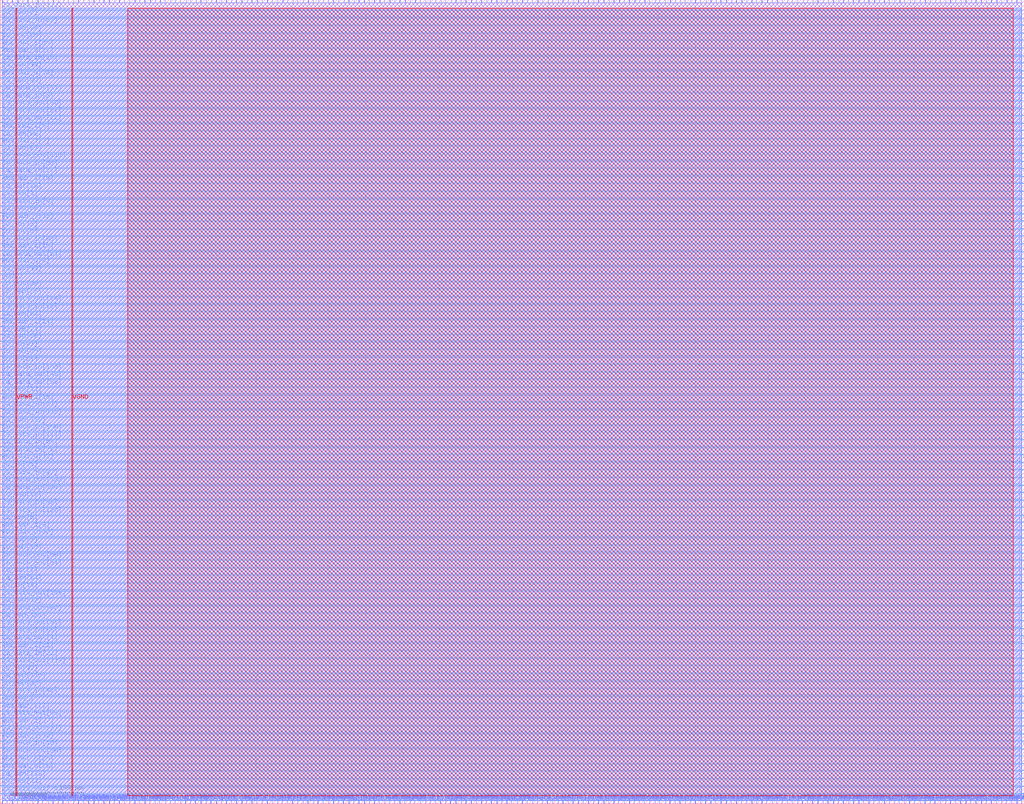
<source format=lef>
VERSION 5.7 ;
  NOWIREEXTENSIONATPIN ON ;
  DIVIDERCHAR "/" ;
  BUSBITCHARS "[]" ;
MACRO vdp_lite_user_proj
  CLASS BLOCK ;
  FOREIGN vdp_lite_user_proj ;
  ORIGIN 0.000 0.000 ;
  SIZE 1400.000 BY 1100.000 ;
  PIN io_in[0]
    DIRECTION INPUT ;
    PORT
      LAYER met2 ;
        RECT 274.250 1096.000 274.530 1100.000 ;
    END
  END io_in[0]
  PIN io_in[10]
    DIRECTION INPUT ;
    PORT
      LAYER met3 ;
        RECT 1396.000 261.160 1400.000 261.760 ;
    END
  END io_in[10]
  PIN io_in[11]
    DIRECTION INPUT ;
    PORT
      LAYER met2 ;
        RECT 1132.610 1096.000 1132.890 1100.000 ;
    END
  END io_in[11]
  PIN io_in[12]
    DIRECTION INPUT ;
    PORT
      LAYER met2 ;
        RECT 929.290 0.000 929.570 4.000 ;
    END
  END io_in[12]
  PIN io_in[13]
    DIRECTION INPUT ;
    PORT
      LAYER met3 ;
        RECT 0.000 786.120 4.000 786.720 ;
    END
  END io_in[13]
  PIN io_in[14]
    DIRECTION INPUT ;
    PORT
      LAYER met3 ;
        RECT 0.000 292.440 4.000 293.040 ;
    END
  END io_in[14]
  PIN io_in[15]
    DIRECTION INPUT ;
    PORT
      LAYER met2 ;
        RECT 344.170 1096.000 344.450 1100.000 ;
    END
  END io_in[15]
  PIN io_in[16]
    DIRECTION INPUT ;
    PORT
      LAYER met2 ;
        RECT 253.090 0.000 253.370 4.000 ;
    END
  END io_in[16]
  PIN io_in[17]
    DIRECTION INPUT ;
    PORT
      LAYER met2 ;
        RECT 909.050 1096.000 909.330 1100.000 ;
    END
  END io_in[17]
  PIN io_in[18]
    DIRECTION INPUT ;
    PORT
      LAYER met2 ;
        RECT 1110.530 0.000 1110.810 4.000 ;
    END
  END io_in[18]
  PIN io_in[19]
    DIRECTION INPUT ;
    PORT
      LAYER met2 ;
        RECT 714.010 1096.000 714.290 1100.000 ;
    END
  END io_in[19]
  PIN io_in[1]
    DIRECTION INPUT ;
    PORT
      LAYER met3 ;
        RECT 1396.000 54.440 1400.000 55.040 ;
    END
  END io_in[1]
  PIN io_in[20]
    DIRECTION INPUT ;
    PORT
      LAYER met2 ;
        RECT 85.650 0.000 85.930 4.000 ;
    END
  END io_in[20]
  PIN io_in[21]
    DIRECTION INPUT ;
    PORT
      LAYER met3 ;
        RECT 0.000 601.160 4.000 601.760 ;
    END
  END io_in[21]
  PIN io_in[22]
    DIRECTION INPUT ;
    PORT
      LAYER met2 ;
        RECT 232.850 0.000 233.130 4.000 ;
    END
  END io_in[22]
  PIN io_in[23]
    DIRECTION INPUT ;
    PORT
      LAYER met2 ;
        RECT 1111.450 1096.000 1111.730 1100.000 ;
    END
  END io_in[23]
  PIN io_in[24]
    DIRECTION INPUT ;
    PORT
      LAYER met2 ;
        RECT 1208.970 0.000 1209.250 4.000 ;
    END
  END io_in[24]
  PIN io_in[25]
    DIRECTION INPUT ;
    PORT
      LAYER met3 ;
        RECT 0.000 457.000 4.000 457.600 ;
    END
  END io_in[25]
  PIN io_in[26]
    DIRECTION INPUT ;
    PORT
      LAYER met2 ;
        RECT 134.410 0.000 134.690 4.000 ;
    END
  END io_in[26]
  PIN io_in[27]
    DIRECTION INPUT ;
    PORT
      LAYER met3 ;
        RECT 0.000 621.560 4.000 622.160 ;
    END
  END io_in[27]
  PIN io_in[28]
    DIRECTION INPUT ;
    PORT
      LAYER met3 ;
        RECT 1396.000 786.120 1400.000 786.720 ;
    END
  END io_in[28]
  PIN io_in[29]
    DIRECTION INPUT ;
    PORT
      LAYER met2 ;
        RECT 274.250 0.000 274.530 4.000 ;
    END
  END io_in[29]
  PIN io_in[2]
    DIRECTION INPUT ;
    PORT
      LAYER met2 ;
        RECT 162.930 1096.000 163.210 1100.000 ;
    END
  END io_in[2]
  PIN io_in[30]
    DIRECTION INPUT ;
    PORT
      LAYER met2 ;
        RECT 1090.290 0.000 1090.570 4.000 ;
    END
  END io_in[30]
  PIN io_in[31]
    DIRECTION INPUT ;
    PORT
      LAYER met2 ;
        RECT 706.650 1096.000 706.930 1100.000 ;
    END
  END io_in[31]
  PIN io_in[32]
    DIRECTION INPUT ;
    PORT
      LAYER met3 ;
        RECT 0.000 178.200 4.000 178.800 ;
    END
  END io_in[32]
  PIN io_in[33]
    DIRECTION INPUT ;
    PORT
      LAYER met2 ;
        RECT 762.770 1096.000 763.050 1100.000 ;
    END
  END io_in[33]
  PIN io_in[34]
    DIRECTION INPUT ;
    PORT
      LAYER met2 ;
        RECT 679.050 1096.000 679.330 1100.000 ;
    END
  END io_in[34]
  PIN io_in[35]
    DIRECTION INPUT ;
    PORT
      LAYER met2 ;
        RECT 574.170 0.000 574.450 4.000 ;
    END
  END io_in[35]
  PIN io_in[36]
    DIRECTION INPUT ;
    PORT
      LAYER met3 ;
        RECT 1396.000 817.400 1400.000 818.000 ;
    END
  END io_in[36]
  PIN io_in[37]
    DIRECTION INPUT ;
    PORT
      LAYER met2 ;
        RECT 1362.610 1096.000 1362.890 1100.000 ;
    END
  END io_in[37]
  PIN io_in[3]
    DIRECTION INPUT ;
    PORT
      LAYER met3 ;
        RECT 1396.000 497.800 1400.000 498.400 ;
    END
  END io_in[3]
  PIN io_in[4]
    DIRECTION INPUT ;
    PORT
      LAYER met2 ;
        RECT 462.850 0.000 463.130 4.000 ;
    END
  END io_in[4]
  PIN io_in[5]
    DIRECTION INPUT ;
    PORT
      LAYER met2 ;
        RECT 184.090 0.000 184.370 4.000 ;
    END
  END io_in[5]
  PIN io_in[6]
    DIRECTION INPUT ;
    PORT
      LAYER met3 ;
        RECT 1396.000 1054.040 1400.000 1054.640 ;
    END
  END io_in[6]
  PIN io_in[7]
    DIRECTION INPUT ;
    PORT
      LAYER met2 ;
        RECT 887.890 1096.000 888.170 1100.000 ;
    END
  END io_in[7]
  PIN io_in[8]
    DIRECTION INPUT ;
    PORT
      LAYER met2 ;
        RECT 316.570 1096.000 316.850 1100.000 ;
    END
  END io_in[8]
  PIN io_in[9]
    DIRECTION INPUT ;
    PORT
      LAYER met2 ;
        RECT 470.210 1096.000 470.490 1100.000 ;
    END
  END io_in[9]
  PIN io_oeb[0]
    DIRECTION OUTPUT TRISTATE ;
    PORT
      LAYER met3 ;
        RECT 1396.000 486.920 1400.000 487.520 ;
    END
  END io_oeb[0]
  PIN io_oeb[10]
    DIRECTION OUTPUT TRISTATE ;
    PORT
      LAYER met3 ;
        RECT 1396.000 930.280 1400.000 930.880 ;
    END
  END io_oeb[10]
  PIN io_oeb[11]
    DIRECTION OUTPUT TRISTATE ;
    PORT
      LAYER met3 ;
        RECT 1396.000 342.760 1400.000 343.360 ;
    END
  END io_oeb[11]
  PIN io_oeb[12]
    DIRECTION OUTPUT TRISTATE ;
    PORT
      LAYER met3 ;
        RECT 0.000 416.200 4.000 416.800 ;
    END
  END io_oeb[12]
  PIN io_oeb[13]
    DIRECTION OUTPUT TRISTATE ;
    PORT
      LAYER met2 ;
        RECT 484.010 1096.000 484.290 1100.000 ;
    END
  END io_oeb[13]
  PIN io_oeb[14]
    DIRECTION OUTPUT TRISTATE ;
    PORT
      LAYER met2 ;
        RECT 225.490 0.000 225.770 4.000 ;
    END
  END io_oeb[14]
  PIN io_oeb[15]
    DIRECTION OUTPUT TRISTATE ;
    PORT
      LAYER met2 ;
        RECT 1312.930 0.000 1313.210 4.000 ;
    END
  END io_oeb[15]
  PIN io_oeb[16]
    DIRECTION OUTPUT TRISTATE ;
    PORT
      LAYER met3 ;
        RECT 0.000 344.120 4.000 344.720 ;
    END
  END io_oeb[16]
  PIN io_oeb[17]
    DIRECTION OUTPUT TRISTATE ;
    PORT
      LAYER met3 ;
        RECT 1396.000 322.360 1400.000 322.960 ;
    END
  END io_oeb[17]
  PIN io_oeb[18]
    DIRECTION OUTPUT TRISTATE ;
    PORT
      LAYER met2 ;
        RECT 901.690 0.000 901.970 4.000 ;
    END
  END io_oeb[18]
  PIN io_oeb[19]
    DIRECTION OUTPUT TRISTATE ;
    PORT
      LAYER met2 ;
        RECT 169.370 0.000 169.650 4.000 ;
    END
  END io_oeb[19]
  PIN io_oeb[1]
    DIRECTION OUTPUT TRISTATE ;
    PORT
      LAYER met2 ;
        RECT 532.770 1096.000 533.050 1100.000 ;
    END
  END io_oeb[1]
  PIN io_oeb[20]
    DIRECTION OUTPUT TRISTATE ;
    PORT
      LAYER met3 ;
        RECT 1396.000 909.880 1400.000 910.480 ;
    END
  END io_oeb[20]
  PIN io_oeb[21]
    DIRECTION OUTPUT TRISTATE ;
    PORT
      LAYER met2 ;
        RECT 1062.690 1096.000 1062.970 1100.000 ;
    END
  END io_oeb[21]
  PIN io_oeb[22]
    DIRECTION OUTPUT TRISTATE ;
    PORT
      LAYER met3 ;
        RECT 0.000 24.520 4.000 25.120 ;
    END
  END io_oeb[22]
  PIN io_oeb[23]
    DIRECTION OUTPUT TRISTATE ;
    PORT
      LAYER met3 ;
        RECT 0.000 157.800 4.000 158.400 ;
    END
  END io_oeb[23]
  PIN io_oeb[24]
    DIRECTION OUTPUT TRISTATE ;
    PORT
      LAYER met3 ;
        RECT 0.000 641.960 4.000 642.560 ;
    END
  END io_oeb[24]
  PIN io_oeb[25]
    DIRECTION OUTPUT TRISTATE ;
    PORT
      LAYER met2 ;
        RECT 936.650 0.000 936.930 4.000 ;
    END
  END io_oeb[25]
  PIN io_oeb[26]
    DIRECTION OUTPUT TRISTATE ;
    PORT
      LAYER met2 ;
        RECT 748.050 0.000 748.330 4.000 ;
    END
  END io_oeb[26]
  PIN io_oeb[27]
    DIRECTION OUTPUT TRISTATE ;
    PORT
      LAYER met3 ;
        RECT 1396.000 1074.440 1400.000 1075.040 ;
    END
  END io_oeb[27]
  PIN io_oeb[28]
    DIRECTION OUTPUT TRISTATE ;
    PORT
      LAYER met2 ;
        RECT 1285.330 1096.000 1285.610 1100.000 ;
    END
  END io_oeb[28]
  PIN io_oeb[29]
    DIRECTION OUTPUT TRISTATE ;
    PORT
      LAYER met2 ;
        RECT 1125.250 0.000 1125.530 4.000 ;
    END
  END io_oeb[29]
  PIN io_oeb[2]
    DIRECTION OUTPUT TRISTATE ;
    PORT
      LAYER met2 ;
        RECT 860.290 1096.000 860.570 1100.000 ;
    END
  END io_oeb[2]
  PIN io_oeb[30]
    DIRECTION OUTPUT TRISTATE ;
    PORT
      LAYER met3 ;
        RECT 0.000 612.040 4.000 612.640 ;
    END
  END io_oeb[30]
  PIN io_oeb[31]
    DIRECTION OUTPUT TRISTATE ;
    PORT
      LAYER met2 ;
        RECT 679.050 0.000 679.330 4.000 ;
    END
  END io_oeb[31]
  PIN io_oeb[32]
    DIRECTION OUTPUT TRISTATE ;
    PORT
      LAYER met2 ;
        RECT 309.210 1096.000 309.490 1100.000 ;
    END
  END io_oeb[32]
  PIN io_oeb[33]
    DIRECTION OUTPUT TRISTATE ;
    PORT
      LAYER met2 ;
        RECT 205.250 1096.000 205.530 1100.000 ;
    END
  END io_oeb[33]
  PIN io_oeb[34]
    DIRECTION OUTPUT TRISTATE ;
    PORT
      LAYER met2 ;
        RECT 190.530 0.000 190.810 4.000 ;
    END
  END io_oeb[34]
  PIN io_oeb[35]
    DIRECTION OUTPUT TRISTATE ;
    PORT
      LAYER met3 ;
        RECT 0.000 693.640 4.000 694.240 ;
    END
  END io_oeb[35]
  PIN io_oeb[36]
    DIRECTION OUTPUT TRISTATE ;
    PORT
      LAYER met2 ;
        RECT 254.010 1096.000 254.290 1100.000 ;
    END
  END io_oeb[36]
  PIN io_oeb[37]
    DIRECTION OUTPUT TRISTATE ;
    PORT
      LAYER met3 ;
        RECT 1396.000 538.600 1400.000 539.200 ;
    END
  END io_oeb[37]
  PIN io_oeb[3]
    DIRECTION OUTPUT TRISTATE ;
    PORT
      LAYER met3 ;
        RECT 0.000 353.640 4.000 354.240 ;
    END
  END io_oeb[3]
  PIN io_oeb[4]
    DIRECTION OUTPUT TRISTATE ;
    PORT
      LAYER met2 ;
        RECT 1341.450 1096.000 1341.730 1100.000 ;
    END
  END io_oeb[4]
  PIN io_oeb[5]
    DIRECTION OUTPUT TRISTATE ;
    PORT
      LAYER met2 ;
        RECT 574.170 1096.000 574.450 1100.000 ;
    END
  END io_oeb[5]
  PIN io_oeb[6]
    DIRECTION OUTPUT TRISTATE ;
    PORT
      LAYER met2 ;
        RECT 1396.650 1096.000 1396.930 1100.000 ;
    END
  END io_oeb[6]
  PIN io_oeb[7]
    DIRECTION OUTPUT TRISTATE ;
    PORT
      LAYER met2 ;
        RECT 595.330 0.000 595.610 4.000 ;
    END
  END io_oeb[7]
  PIN io_oeb[8]
    DIRECTION OUTPUT TRISTATE ;
    PORT
      LAYER met2 ;
        RECT 1174.010 1096.000 1174.290 1100.000 ;
    END
  END io_oeb[8]
  PIN io_oeb[9]
    DIRECTION OUTPUT TRISTATE ;
    PORT
      LAYER met2 ;
        RECT 246.650 0.000 246.930 4.000 ;
    END
  END io_oeb[9]
  PIN io_out[0]
    DIRECTION OUTPUT TRISTATE ;
    PORT
      LAYER met2 ;
        RECT 504.250 1096.000 504.530 1100.000 ;
    END
  END io_out[0]
  PIN io_out[10]
    DIRECTION OUTPUT TRISTATE ;
    PORT
      LAYER met2 ;
        RECT 449.050 1096.000 449.330 1100.000 ;
    END
  END io_out[10]
  PIN io_out[11]
    DIRECTION OUTPUT TRISTATE ;
    PORT
      LAYER met2 ;
        RECT 309.210 0.000 309.490 4.000 ;
    END
  END io_out[11]
  PIN io_out[12]
    DIRECTION OUTPUT TRISTATE ;
    PORT
      LAYER met2 ;
        RECT 866.730 0.000 867.010 4.000 ;
    END
  END io_out[12]
  PIN io_out[13]
    DIRECTION OUTPUT TRISTATE ;
    PORT
      LAYER met2 ;
        RECT 909.050 0.000 909.330 4.000 ;
    END
  END io_out[13]
  PIN io_out[14]
    DIRECTION OUTPUT TRISTATE ;
    PORT
      LAYER met3 ;
        RECT 1396.000 457.000 1400.000 457.600 ;
    END
  END io_out[14]
  PIN io_out[15]
    DIRECTION OUTPUT TRISTATE ;
    PORT
      LAYER met3 ;
        RECT 1396.000 961.560 1400.000 962.160 ;
    END
  END io_out[15]
  PIN io_out[16]
    DIRECTION OUTPUT TRISTATE ;
    PORT
      LAYER met2 ;
        RECT 79.210 1096.000 79.490 1100.000 ;
    END
  END io_out[16]
  PIN io_out[17]
    DIRECTION OUTPUT TRISTATE ;
    PORT
      LAYER met2 ;
        RECT 16.650 0.000 16.930 4.000 ;
    END
  END io_out[17]
  PIN io_out[18]
    DIRECTION OUTPUT TRISTATE ;
    PORT
      LAYER met2 ;
        RECT 120.610 0.000 120.890 4.000 ;
    END
  END io_out[18]
  PIN io_out[19]
    DIRECTION OUTPUT TRISTATE ;
    PORT
      LAYER met2 ;
        RECT 936.650 1096.000 936.930 1100.000 ;
    END
  END io_out[19]
  PIN io_out[1]
    DIRECTION OUTPUT TRISTATE ;
    PORT
      LAYER met3 ;
        RECT 0.000 312.840 4.000 313.440 ;
    END
  END io_out[1]
  PIN io_out[20]
    DIRECTION OUTPUT TRISTATE ;
    PORT
      LAYER met2 ;
        RECT 699.290 0.000 699.570 4.000 ;
    END
  END io_out[20]
  PIN io_out[21]
    DIRECTION OUTPUT TRISTATE ;
    PORT
      LAYER met2 ;
        RECT 141.770 0.000 142.050 4.000 ;
    END
  END io_out[21]
  PIN io_out[22]
    DIRECTION OUTPUT TRISTATE ;
    PORT
      LAYER met2 ;
        RECT 295.410 0.000 295.690 4.000 ;
    END
  END io_out[22]
  PIN io_out[23]
    DIRECTION OUTPUT TRISTATE ;
    PORT
      LAYER met2 ;
        RECT 1013.010 0.000 1013.290 4.000 ;
    END
  END io_out[23]
  PIN io_out[24]
    DIRECTION OUTPUT TRISTATE ;
    PORT
      LAYER met3 ;
        RECT 1396.000 569.880 1400.000 570.480 ;
    END
  END io_out[24]
  PIN io_out[25]
    DIRECTION OUTPUT TRISTATE ;
    PORT
      LAYER met3 ;
        RECT 0.000 1044.520 4.000 1045.120 ;
    END
  END io_out[25]
  PIN io_out[26]
    DIRECTION OUTPUT TRISTATE ;
    PORT
      LAYER met2 ;
        RECT 239.290 0.000 239.570 4.000 ;
    END
  END io_out[26]
  PIN io_out[27]
    DIRECTION OUTPUT TRISTATE ;
    PORT
      LAYER met2 ;
        RECT 511.610 1096.000 511.890 1100.000 ;
    END
  END io_out[27]
  PIN io_out[28]
    DIRECTION OUTPUT TRISTATE ;
    PORT
      LAYER met2 ;
        RECT 266.890 0.000 267.170 4.000 ;
    END
  END io_out[28]
  PIN io_out[29]
    DIRECTION OUTPUT TRISTATE ;
    PORT
      LAYER met3 ;
        RECT 0.000 704.520 4.000 705.120 ;
    END
  END io_out[29]
  PIN io_out[2]
    DIRECTION OUTPUT TRISTATE ;
    PORT
      LAYER met3 ;
        RECT 1396.000 1013.240 1400.000 1013.840 ;
    END
  END io_out[2]
  PIN io_out[30]
    DIRECTION OUTPUT TRISTATE ;
    PORT
      LAYER met2 ;
        RECT 748.970 1096.000 749.250 1100.000 ;
    END
  END io_out[30]
  PIN io_out[31]
    DIRECTION OUTPUT TRISTATE ;
    PORT
      LAYER met2 ;
        RECT 1382.850 0.000 1383.130 4.000 ;
    END
  END io_out[31]
  PIN io_out[32]
    DIRECTION OUTPUT TRISTATE ;
    PORT
      LAYER met2 ;
        RECT 965.170 1096.000 965.450 1100.000 ;
    END
  END io_out[32]
  PIN io_out[33]
    DIRECTION OUTPUT TRISTATE ;
    PORT
      LAYER met2 ;
        RECT 700.210 1096.000 700.490 1100.000 ;
    END
  END io_out[33]
  PIN io_out[34]
    DIRECTION OUTPUT TRISTATE ;
    PORT
      LAYER met2 ;
        RECT 414.090 1096.000 414.370 1100.000 ;
    END
  END io_out[34]
  PIN io_out[35]
    DIRECTION OUTPUT TRISTATE ;
    PORT
      LAYER met3 ;
        RECT 1396.000 44.920 1400.000 45.520 ;
    END
  END io_out[35]
  PIN io_out[36]
    DIRECTION OUTPUT TRISTATE ;
    PORT
      LAYER met3 ;
        RECT 0.000 837.800 4.000 838.400 ;
    END
  END io_out[36]
  PIN io_out[37]
    DIRECTION OUTPUT TRISTATE ;
    PORT
      LAYER met3 ;
        RECT 1396.000 992.840 1400.000 993.440 ;
    END
  END io_out[37]
  PIN io_out[3]
    DIRECTION OUTPUT TRISTATE ;
    PORT
      LAYER met2 ;
        RECT 985.410 1096.000 985.690 1100.000 ;
    END
  END io_out[3]
  PIN io_out[4]
    DIRECTION OUTPUT TRISTATE ;
    PORT
      LAYER met3 ;
        RECT 1396.000 209.480 1400.000 210.080 ;
    END
  END io_out[4]
  PIN io_out[5]
    DIRECTION OUTPUT TRISTATE ;
    PORT
      LAYER met3 ;
        RECT 0.000 776.600 4.000 777.200 ;
    END
  END io_out[5]
  PIN io_out[6]
    DIRECTION OUTPUT TRISTATE ;
    PORT
      LAYER met2 ;
        RECT 1201.610 1096.000 1201.890 1100.000 ;
    END
  END io_out[6]
  PIN io_out[7]
    DIRECTION OUTPUT TRISTATE ;
    PORT
      LAYER met2 ;
        RECT 316.570 0.000 316.850 4.000 ;
    END
  END io_out[7]
  PIN io_out[8]
    DIRECTION OUTPUT TRISTATE ;
    PORT
      LAYER met2 ;
        RECT 692.850 0.000 693.130 4.000 ;
    END
  END io_out[8]
  PIN io_out[9]
    DIRECTION OUTPUT TRISTATE ;
    PORT
      LAYER met2 ;
        RECT 351.530 1096.000 351.810 1100.000 ;
    END
  END io_out[9]
  PIN la_data_in[0]
    DIRECTION INPUT ;
    PORT
      LAYER met2 ;
        RECT 601.770 0.000 602.050 4.000 ;
    END
  END la_data_in[0]
  PIN la_data_in[100]
    DIRECTION INPUT ;
    PORT
      LAYER met2 ;
        RECT 1361.690 0.000 1361.970 4.000 ;
    END
  END la_data_in[100]
  PIN la_data_in[101]
    DIRECTION INPUT ;
    PORT
      LAYER met2 ;
        RECT 1229.210 0.000 1229.490 4.000 ;
    END
  END la_data_in[101]
  PIN la_data_in[102]
    DIRECTION INPUT ;
    PORT
      LAYER met2 ;
        RECT 581.530 1096.000 581.810 1100.000 ;
    END
  END la_data_in[102]
  PIN la_data_in[103]
    DIRECTION INPUT ;
    PORT
      LAYER met2 ;
        RECT 1265.090 1096.000 1265.370 1100.000 ;
    END
  END la_data_in[103]
  PIN la_data_in[104]
    DIRECTION INPUT ;
    PORT
      LAYER met2 ;
        RECT 1006.570 1096.000 1006.850 1100.000 ;
    END
  END la_data_in[104]
  PIN la_data_in[105]
    DIRECTION INPUT ;
    PORT
      LAYER met2 ;
        RECT 971.610 0.000 971.890 4.000 ;
    END
  END la_data_in[105]
  PIN la_data_in[106]
    DIRECTION INPUT ;
    PORT
      LAYER met3 ;
        RECT 0.000 590.280 4.000 590.880 ;
    END
  END la_data_in[106]
  PIN la_data_in[107]
    DIRECTION INPUT ;
    PORT
      LAYER met3 ;
        RECT 1396.000 126.520 1400.000 127.120 ;
    END
  END la_data_in[107]
  PIN la_data_in[108]
    DIRECTION INPUT ;
    PORT
      LAYER met2 ;
        RECT 1334.090 1096.000 1334.370 1100.000 ;
    END
  END la_data_in[108]
  PIN la_data_in[109]
    DIRECTION INPUT ;
    PORT
      LAYER met3 ;
        RECT 0.000 508.680 4.000 509.280 ;
    END
  END la_data_in[109]
  PIN la_data_in[10]
    DIRECTION INPUT ;
    PORT
      LAYER met3 ;
        RECT 0.000 1013.240 4.000 1013.840 ;
    END
  END la_data_in[10]
  PIN la_data_in[110]
    DIRECTION INPUT ;
    PORT
      LAYER met2 ;
        RECT 23.090 0.000 23.370 4.000 ;
    END
  END la_data_in[110]
  PIN la_data_in[111]
    DIRECTION INPUT ;
    PORT
      LAYER met3 ;
        RECT 0.000 497.800 4.000 498.400 ;
    END
  END la_data_in[111]
  PIN la_data_in[112]
    DIRECTION INPUT ;
    PORT
      LAYER met2 ;
        RECT 1034.170 0.000 1034.450 4.000 ;
    END
  END la_data_in[112]
  PIN la_data_in[113]
    DIRECTION INPUT ;
    PORT
      LAYER met2 ;
        RECT 1104.090 0.000 1104.370 4.000 ;
    END
  END la_data_in[113]
  PIN la_data_in[114]
    DIRECTION INPUT ;
    PORT
      LAYER met2 ;
        RECT 595.330 1096.000 595.610 1100.000 ;
    END
  END la_data_in[114]
  PIN la_data_in[115]
    DIRECTION INPUT ;
    PORT
      LAYER met3 ;
        RECT 0.000 529.080 4.000 529.680 ;
    END
  END la_data_in[115]
  PIN la_data_in[116]
    DIRECTION INPUT ;
    PORT
      LAYER met2 ;
        RECT 197.890 0.000 198.170 4.000 ;
    END
  END la_data_in[116]
  PIN la_data_in[117]
    DIRECTION INPUT ;
    PORT
      LAYER met2 ;
        RECT 1097.650 1096.000 1097.930 1100.000 ;
    END
  END la_data_in[117]
  PIN la_data_in[118]
    DIRECTION INPUT ;
    PORT
      LAYER met2 ;
        RECT 796.810 0.000 797.090 4.000 ;
    END
  END la_data_in[118]
  PIN la_data_in[119]
    DIRECTION INPUT ;
    PORT
      LAYER met2 ;
        RECT 79.210 0.000 79.490 4.000 ;
    END
  END la_data_in[119]
  PIN la_data_in[11]
    DIRECTION INPUT ;
    PORT
      LAYER met2 ;
        RECT 211.690 1096.000 211.970 1100.000 ;
    END
  END la_data_in[11]
  PIN la_data_in[120]
    DIRECTION INPUT ;
    PORT
      LAYER met3 ;
        RECT 0.000 394.440 4.000 395.040 ;
    END
  END la_data_in[120]
  PIN la_data_in[121]
    DIRECTION INPUT ;
    PORT
      LAYER met2 ;
        RECT 30.450 1096.000 30.730 1100.000 ;
    END
  END la_data_in[121]
  PIN la_data_in[122]
    DIRECTION INPUT ;
    PORT
      LAYER met3 ;
        RECT 0.000 1085.320 4.000 1085.920 ;
    END
  END la_data_in[122]
  PIN la_data_in[123]
    DIRECTION INPUT ;
    PORT
      LAYER met3 ;
        RECT 1396.000 291.080 1400.000 291.680 ;
    END
  END la_data_in[123]
  PIN la_data_in[124]
    DIRECTION INPUT ;
    PORT
      LAYER met3 ;
        RECT 0.000 425.720 4.000 426.320 ;
    END
  END la_data_in[124]
  PIN la_data_in[125]
    DIRECTION INPUT ;
    PORT
      LAYER met2 ;
        RECT 1194.250 0.000 1194.530 4.000 ;
    END
  END la_data_in[125]
  PIN la_data_in[126]
    DIRECTION INPUT ;
    PORT
      LAYER met3 ;
        RECT 1396.000 776.600 1400.000 777.200 ;
    END
  END la_data_in[126]
  PIN la_data_in[127]
    DIRECTION INPUT ;
    PORT
      LAYER met2 ;
        RECT 246.650 1096.000 246.930 1100.000 ;
    END
  END la_data_in[127]
  PIN la_data_in[12]
    DIRECTION INPUT ;
    PORT
      LAYER met3 ;
        RECT 1396.000 1085.320 1400.000 1085.920 ;
    END
  END la_data_in[12]
  PIN la_data_in[13]
    DIRECTION INPUT ;
    PORT
      LAYER met2 ;
        RECT 323.010 0.000 323.290 4.000 ;
    END
  END la_data_in[13]
  PIN la_data_in[14]
    DIRECTION INPUT ;
    PORT
      LAYER met2 ;
        RECT 301.850 0.000 302.130 4.000 ;
    END
  END la_data_in[14]
  PIN la_data_in[15]
    DIRECTION INPUT ;
    PORT
      LAYER met2 ;
        RECT 671.690 1096.000 671.970 1100.000 ;
    END
  END la_data_in[15]
  PIN la_data_in[16]
    DIRECTION INPUT ;
    PORT
      LAYER met3 ;
        RECT 0.000 76.200 4.000 76.800 ;
    END
  END la_data_in[16]
  PIN la_data_in[17]
    DIRECTION INPUT ;
    PORT
      LAYER met2 ;
        RECT 93.010 0.000 93.290 4.000 ;
    END
  END la_data_in[17]
  PIN la_data_in[18]
    DIRECTION INPUT ;
    PORT
      LAYER met2 ;
        RECT 490.450 1096.000 490.730 1100.000 ;
    END
  END la_data_in[18]
  PIN la_data_in[19]
    DIRECTION INPUT ;
    PORT
      LAYER met2 ;
        RECT 1131.690 0.000 1131.970 4.000 ;
    END
  END la_data_in[19]
  PIN la_data_in[1]
    DIRECTION INPUT ;
    PORT
      LAYER met2 ;
        RECT 1195.170 1096.000 1195.450 1100.000 ;
    END
  END la_data_in[1]
  PIN la_data_in[20]
    DIRECTION INPUT ;
    PORT
      LAYER met3 ;
        RECT 1396.000 34.040 1400.000 34.640 ;
    END
  END la_data_in[20]
  PIN la_data_in[21]
    DIRECTION INPUT ;
    PORT
      LAYER met2 ;
        RECT 811.530 0.000 811.810 4.000 ;
    END
  END la_data_in[21]
  PIN la_data_in[22]
    DIRECTION INPUT ;
    PORT
      LAYER met2 ;
        RECT 106.810 0.000 107.090 4.000 ;
    END
  END la_data_in[22]
  PIN la_data_in[23]
    DIRECTION INPUT ;
    PORT
      LAYER met3 ;
        RECT 1396.000 972.440 1400.000 973.040 ;
    END
  END la_data_in[23]
  PIN la_data_in[24]
    DIRECTION INPUT ;
    PORT
      LAYER met3 ;
        RECT 1396.000 425.720 1400.000 426.320 ;
    END
  END la_data_in[24]
  PIN la_data_in[25]
    DIRECTION INPUT ;
    PORT
      LAYER met3 ;
        RECT 1396.000 631.080 1400.000 631.680 ;
    END
  END la_data_in[25]
  PIN la_data_in[26]
    DIRECTION INPUT ;
    PORT
      LAYER met2 ;
        RECT 609.130 1096.000 609.410 1100.000 ;
    END
  END la_data_in[26]
  PIN la_data_in[27]
    DIRECTION INPUT ;
    PORT
      LAYER met3 ;
        RECT 0.000 859.560 4.000 860.160 ;
    END
  END la_data_in[27]
  PIN la_data_in[28]
    DIRECTION INPUT ;
    PORT
      LAYER met3 ;
        RECT 1396.000 23.160 1400.000 23.760 ;
    END
  END la_data_in[28]
  PIN la_data_in[29]
    DIRECTION INPUT ;
    PORT
      LAYER met2 ;
        RECT 560.370 1096.000 560.650 1100.000 ;
    END
  END la_data_in[29]
  PIN la_data_in[2]
    DIRECTION INPUT ;
    PORT
      LAYER met3 ;
        RECT 0.000 961.560 4.000 962.160 ;
    END
  END la_data_in[2]
  PIN la_data_in[30]
    DIRECTION INPUT ;
    PORT
      LAYER met2 ;
        RECT 379.130 0.000 379.410 4.000 ;
    END
  END la_data_in[30]
  PIN la_data_in[31]
    DIRECTION INPUT ;
    PORT
      LAYER met3 ;
        RECT 1396.000 1002.360 1400.000 1002.960 ;
    END
  END la_data_in[31]
  PIN la_data_in[32]
    DIRECTION INPUT ;
    PORT
      LAYER met3 ;
        RECT 1396.000 301.960 1400.000 302.560 ;
    END
  END la_data_in[32]
  PIN la_data_in[33]
    DIRECTION INPUT ;
    PORT
      LAYER met3 ;
        RECT 0.000 198.600 4.000 199.200 ;
    END
  END la_data_in[33]
  PIN la_data_in[34]
    DIRECTION INPUT ;
    PORT
      LAYER met3 ;
        RECT 1396.000 754.840 1400.000 755.440 ;
    END
  END la_data_in[34]
  PIN la_data_in[35]
    DIRECTION INPUT ;
    PORT
      LAYER met2 ;
        RECT 1041.530 1096.000 1041.810 1100.000 ;
    END
  END la_data_in[35]
  PIN la_data_in[36]
    DIRECTION INPUT ;
    PORT
      LAYER met2 ;
        RECT 24.010 1096.000 24.290 1100.000 ;
    END
  END la_data_in[36]
  PIN la_data_in[37]
    DIRECTION INPUT ;
    PORT
      LAYER met2 ;
        RECT 141.770 1096.000 142.050 1100.000 ;
    END
  END la_data_in[37]
  PIN la_data_in[38]
    DIRECTION INPUT ;
    PORT
      LAYER met3 ;
        RECT 1396.000 848.680 1400.000 849.280 ;
    END
  END la_data_in[38]
  PIN la_data_in[39]
    DIRECTION INPUT ;
    PORT
      LAYER met3 ;
        RECT 1396.000 693.640 1400.000 694.240 ;
    END
  END la_data_in[39]
  PIN la_data_in[3]
    DIRECTION INPUT ;
    PORT
      LAYER met2 ;
        RECT 100.370 0.000 100.650 4.000 ;
    END
  END la_data_in[3]
  PIN la_data_in[40]
    DIRECTION INPUT ;
    PORT
      LAYER met2 ;
        RECT 44.250 1096.000 44.530 1100.000 ;
    END
  END la_data_in[40]
  PIN la_data_in[41]
    DIRECTION INPUT ;
    PORT
      LAYER met2 ;
        RECT 944.010 1096.000 944.290 1100.000 ;
    END
  END la_data_in[41]
  PIN la_data_in[42]
    DIRECTION INPUT ;
    PORT
      LAYER met3 ;
        RECT 0.000 148.280 4.000 148.880 ;
    END
  END la_data_in[42]
  PIN la_data_in[43]
    DIRECTION INPUT ;
    PORT
      LAYER met2 ;
        RECT 127.970 1096.000 128.250 1100.000 ;
    END
  END la_data_in[43]
  PIN la_data_in[44]
    DIRECTION INPUT ;
    PORT
      LAYER met2 ;
        RECT 1390.210 0.000 1390.490 4.000 ;
    END
  END la_data_in[44]
  PIN la_data_in[45]
    DIRECTION INPUT ;
    PORT
      LAYER met2 ;
        RECT 957.810 1096.000 958.090 1100.000 ;
    END
  END la_data_in[45]
  PIN la_data_in[46]
    DIRECTION INPUT ;
    PORT
      LAYER met2 ;
        RECT 197.890 1096.000 198.170 1100.000 ;
    END
  END la_data_in[46]
  PIN la_data_in[47]
    DIRECTION INPUT ;
    PORT
      LAYER met2 ;
        RECT 385.570 0.000 385.850 4.000 ;
    END
  END la_data_in[47]
  PIN la_data_in[48]
    DIRECTION INPUT ;
    PORT
      LAYER met2 ;
        RECT 985.410 0.000 985.690 4.000 ;
    END
  END la_data_in[48]
  PIN la_data_in[49]
    DIRECTION INPUT ;
    PORT
      LAYER met2 ;
        RECT 1055.330 1096.000 1055.610 1100.000 ;
    END
  END la_data_in[49]
  PIN la_data_in[4]
    DIRECTION INPUT ;
    PORT
      LAYER met2 ;
        RECT 2.850 0.000 3.130 4.000 ;
    END
  END la_data_in[4]
  PIN la_data_in[50]
    DIRECTION INPUT ;
    PORT
      LAYER met3 ;
        RECT 1396.000 724.920 1400.000 725.520 ;
    END
  END la_data_in[50]
  PIN la_data_in[51]
    DIRECTION INPUT ;
    PORT
      LAYER met3 ;
        RECT 0.000 539.960 4.000 540.560 ;
    END
  END la_data_in[51]
  PIN la_data_in[52]
    DIRECTION INPUT ;
    PORT
      LAYER met2 ;
        RECT 71.850 0.000 72.130 4.000 ;
    END
  END la_data_in[52]
  PIN la_data_in[53]
    DIRECTION INPUT ;
    PORT
      LAYER met3 ;
        RECT 1396.000 405.320 1400.000 405.920 ;
    END
  END la_data_in[53]
  PIN la_data_in[54]
    DIRECTION INPUT ;
    PORT
      LAYER met2 ;
        RECT 1090.290 1096.000 1090.570 1100.000 ;
    END
  END la_data_in[54]
  PIN la_data_in[55]
    DIRECTION INPUT ;
    PORT
      LAYER met2 ;
        RECT 1347.890 1096.000 1348.170 1100.000 ;
    END
  END la_data_in[55]
  PIN la_data_in[56]
    DIRECTION INPUT ;
    PORT
      LAYER met3 ;
        RECT 1396.000 941.160 1400.000 941.760 ;
    END
  END la_data_in[56]
  PIN la_data_in[57]
    DIRECTION INPUT ;
    PORT
      LAYER met3 ;
        RECT 1396.000 981.960 1400.000 982.560 ;
    END
  END la_data_in[57]
  PIN la_data_in[58]
    DIRECTION INPUT ;
    PORT
      LAYER met2 ;
        RECT 1061.770 0.000 1062.050 4.000 ;
    END
  END la_data_in[58]
  PIN la_data_in[59]
    DIRECTION INPUT ;
    PORT
      LAYER met2 ;
        RECT 1174.010 0.000 1174.290 4.000 ;
    END
  END la_data_in[59]
  PIN la_data_in[5]
    DIRECTION INPUT ;
    PORT
      LAYER met2 ;
        RECT 887.890 0.000 888.170 4.000 ;
    END
  END la_data_in[5]
  PIN la_data_in[60]
    DIRECTION INPUT ;
    PORT
      LAYER met3 ;
        RECT 0.000 488.280 4.000 488.880 ;
    END
  END la_data_in[60]
  PIN la_data_in[61]
    DIRECTION INPUT ;
    PORT
      LAYER met2 ;
        RECT 1117.890 1096.000 1118.170 1100.000 ;
    END
  END la_data_in[61]
  PIN la_data_in[62]
    DIRECTION INPUT ;
    PORT
      LAYER met2 ;
        RECT 1257.730 0.000 1258.010 4.000 ;
    END
  END la_data_in[62]
  PIN la_data_in[63]
    DIRECTION INPUT ;
    PORT
      LAYER met3 ;
        RECT 0.000 869.080 4.000 869.680 ;
    END
  END la_data_in[63]
  PIN la_data_in[64]
    DIRECTION INPUT ;
    PORT
      LAYER met2 ;
        RECT 1082.930 1096.000 1083.210 1100.000 ;
    END
  END la_data_in[64]
  PIN la_data_in[65]
    DIRECTION INPUT ;
    PORT
      LAYER met3 ;
        RECT 0.000 229.880 4.000 230.480 ;
    END
  END la_data_in[65]
  PIN la_data_in[66]
    DIRECTION INPUT ;
    PORT
      LAYER met2 ;
        RECT 790.370 0.000 790.650 4.000 ;
    END
  END la_data_in[66]
  PIN la_data_in[67]
    DIRECTION INPUT ;
    PORT
      LAYER met3 ;
        RECT 1396.000 270.680 1400.000 271.280 ;
    END
  END la_data_in[67]
  PIN la_data_in[68]
    DIRECTION INPUT ;
    PORT
      LAYER met2 ;
        RECT 149.130 1096.000 149.410 1100.000 ;
    END
  END la_data_in[68]
  PIN la_data_in[69]
    DIRECTION INPUT ;
    PORT
      LAYER met3 ;
        RECT 0.000 1064.920 4.000 1065.520 ;
    END
  END la_data_in[69]
  PIN la_data_in[6]
    DIRECTION INPUT ;
    PORT
      LAYER met3 ;
        RECT 1396.000 1033.640 1400.000 1034.240 ;
    END
  END la_data_in[6]
  PIN la_data_in[70]
    DIRECTION INPUT ;
    PORT
      LAYER met2 ;
        RECT 950.450 1096.000 950.730 1100.000 ;
    END
  END la_data_in[70]
  PIN la_data_in[71]
    DIRECTION INPUT ;
    PORT
      LAYER met2 ;
        RECT 992.770 0.000 993.050 4.000 ;
    END
  END la_data_in[71]
  PIN la_data_in[72]
    DIRECTION INPUT ;
    PORT
      LAYER met3 ;
        RECT 0.000 673.240 4.000 673.840 ;
    END
  END la_data_in[72]
  PIN la_data_in[73]
    DIRECTION INPUT ;
    PORT
      LAYER met2 ;
        RECT 288.970 1096.000 289.250 1100.000 ;
    END
  END la_data_in[73]
  PIN la_data_in[74]
    DIRECTION INPUT ;
    PORT
      LAYER met2 ;
        RECT 435.250 1096.000 435.530 1100.000 ;
    END
  END la_data_in[74]
  PIN la_data_in[75]
    DIRECTION INPUT ;
    PORT
      LAYER met2 ;
        RECT 476.650 0.000 476.930 4.000 ;
    END
  END la_data_in[75]
  PIN la_data_in[76]
    DIRECTION INPUT ;
    PORT
      LAYER met3 ;
        RECT 1396.000 189.080 1400.000 189.680 ;
    END
  END la_data_in[76]
  PIN la_data_in[77]
    DIRECTION INPUT ;
    PORT
      LAYER met2 ;
        RECT 1306.490 0.000 1306.770 4.000 ;
    END
  END la_data_in[77]
  PIN la_data_in[78]
    DIRECTION INPUT ;
    PORT
      LAYER met3 ;
        RECT 0.000 477.400 4.000 478.000 ;
    END
  END la_data_in[78]
  PIN la_data_in[79]
    DIRECTION INPUT ;
    PORT
      LAYER met2 ;
        RECT 1096.730 0.000 1097.010 4.000 ;
    END
  END la_data_in[79]
  PIN la_data_in[7]
    DIRECTION INPUT ;
    PORT
      LAYER met3 ;
        RECT 1396.000 529.080 1400.000 529.680 ;
    END
  END la_data_in[7]
  PIN la_data_in[80]
    DIRECTION INPUT ;
    PORT
      LAYER met2 ;
        RECT 978.050 0.000 978.330 4.000 ;
    END
  END la_data_in[80]
  PIN la_data_in[81]
    DIRECTION INPUT ;
    PORT
      LAYER met2 ;
        RECT 1201.610 0.000 1201.890 4.000 ;
    END
  END la_data_in[81]
  PIN la_data_in[82]
    DIRECTION INPUT ;
    PORT
      LAYER met3 ;
        RECT 1396.000 950.680 1400.000 951.280 ;
    END
  END la_data_in[82]
  PIN la_data_in[83]
    DIRECTION INPUT ;
    PORT
      LAYER met2 ;
        RECT 755.410 1096.000 755.690 1100.000 ;
    END
  END la_data_in[83]
  PIN la_data_in[84]
    DIRECTION INPUT ;
    PORT
      LAYER met2 ;
        RECT 58.050 0.000 58.330 4.000 ;
    END
  END la_data_in[84]
  PIN la_data_in[85]
    DIRECTION INPUT ;
    PORT
      LAYER met2 ;
        RECT 714.010 0.000 714.290 4.000 ;
    END
  END la_data_in[85]
  PIN la_data_in[86]
    DIRECTION INPUT ;
    PORT
      LAYER met2 ;
        RECT 86.570 1096.000 86.850 1100.000 ;
    END
  END la_data_in[86]
  PIN la_data_in[87]
    DIRECTION INPUT ;
    PORT
      LAYER met3 ;
        RECT 0.000 446.120 4.000 446.720 ;
    END
  END la_data_in[87]
  PIN la_data_in[88]
    DIRECTION INPUT ;
    PORT
      LAYER met2 ;
        RECT 964.250 0.000 964.530 4.000 ;
    END
  END la_data_in[88]
  PIN la_data_in[89]
    DIRECTION INPUT ;
    PORT
      LAYER met2 ;
        RECT 497.810 1096.000 498.090 1100.000 ;
    END
  END la_data_in[89]
  PIN la_data_in[8]
    DIRECTION INPUT ;
    PORT
      LAYER met2 ;
        RECT 1160.210 0.000 1160.490 4.000 ;
    END
  END la_data_in[8]
  PIN la_data_in[90]
    DIRECTION INPUT ;
    PORT
      LAYER met2 ;
        RECT 651.450 1096.000 651.730 1100.000 ;
    END
  END la_data_in[90]
  PIN la_data_in[91]
    DIRECTION INPUT ;
    PORT
      LAYER met2 ;
        RECT 1230.130 1096.000 1230.410 1100.000 ;
    END
  END la_data_in[91]
  PIN la_data_in[92]
    DIRECTION INPUT ;
    PORT
      LAYER met3 ;
        RECT 0.000 405.320 4.000 405.920 ;
    END
  END la_data_in[92]
  PIN la_data_in[93]
    DIRECTION INPUT ;
    PORT
      LAYER met3 ;
        RECT 0.000 765.720 4.000 766.320 ;
    END
  END la_data_in[93]
  PIN la_data_in[94]
    DIRECTION INPUT ;
    PORT
      LAYER met2 ;
        RECT 490.450 0.000 490.730 4.000 ;
    END
  END la_data_in[94]
  PIN la_data_in[95]
    DIRECTION INPUT ;
    PORT
      LAYER met2 ;
        RECT 427.890 1096.000 428.170 1100.000 ;
    END
  END la_data_in[95]
  PIN la_data_in[96]
    DIRECTION INPUT ;
    PORT
      LAYER met3 ;
        RECT 1396.000 13.640 1400.000 14.240 ;
    END
  END la_data_in[96]
  PIN la_data_in[97]
    DIRECTION INPUT ;
    PORT
      LAYER met2 ;
        RECT 16.650 1096.000 16.930 1100.000 ;
    END
  END la_data_in[97]
  PIN la_data_in[98]
    DIRECTION INPUT ;
    PORT
      LAYER met2 ;
        RECT 852.930 0.000 853.210 4.000 ;
    END
  END la_data_in[98]
  PIN la_data_in[99]
    DIRECTION INPUT ;
    PORT
      LAYER met3 ;
        RECT 1396.000 559.000 1400.000 559.600 ;
    END
  END la_data_in[99]
  PIN la_data_in[9]
    DIRECTION INPUT ;
    PORT
      LAYER met3 ;
        RECT 0.000 817.400 4.000 818.000 ;
    END
  END la_data_in[9]
  PIN la_data_out[0]
    DIRECTION OUTPUT TRISTATE ;
    PORT
      LAYER met2 ;
        RECT 587.970 0.000 588.250 4.000 ;
    END
  END la_data_out[0]
  PIN la_data_out[100]
    DIRECTION OUTPUT TRISTATE ;
    PORT
      LAYER met2 ;
        RECT 1117.890 0.000 1118.170 4.000 ;
    END
  END la_data_out[100]
  PIN la_data_out[101]
    DIRECTION OUTPUT TRISTATE ;
    PORT
      LAYER met2 ;
        RECT 1243.010 0.000 1243.290 4.000 ;
    END
  END la_data_out[101]
  PIN la_data_out[102]
    DIRECTION OUTPUT TRISTATE ;
    PORT
      LAYER met2 ;
        RECT 155.570 0.000 155.850 4.000 ;
    END
  END la_data_out[102]
  PIN la_data_out[103]
    DIRECTION OUTPUT TRISTATE ;
    PORT
      LAYER met2 ;
        RECT 65.410 0.000 65.690 4.000 ;
    END
  END la_data_out[103]
  PIN la_data_out[104]
    DIRECTION OUTPUT TRISTATE ;
    PORT
      LAYER met3 ;
        RECT 1396.000 374.040 1400.000 374.640 ;
    END
  END la_data_out[104]
  PIN la_data_out[105]
    DIRECTION OUTPUT TRISTATE ;
    PORT
      LAYER met3 ;
        RECT 0.000 281.560 4.000 282.160 ;
    END
  END la_data_out[105]
  PIN la_data_out[106]
    DIRECTION OUTPUT TRISTATE ;
    PORT
      LAYER met2 ;
        RECT 392.930 0.000 393.210 4.000 ;
    END
  END la_data_out[106]
  PIN la_data_out[107]
    DIRECTION OUTPUT TRISTATE ;
    PORT
      LAYER met2 ;
        RECT 93.010 1096.000 93.290 1100.000 ;
    END
  END la_data_out[107]
  PIN la_data_out[108]
    DIRECTION OUTPUT TRISTATE ;
    PORT
      LAYER met2 ;
        RECT 65.410 1096.000 65.690 1100.000 ;
    END
  END la_data_out[108]
  PIN la_data_out[109]
    DIRECTION OUTPUT TRISTATE ;
    PORT
      LAYER met2 ;
        RECT 37.810 1096.000 38.090 1100.000 ;
    END
  END la_data_out[109]
  PIN la_data_out[10]
    DIRECTION OUTPUT TRISTATE ;
    PORT
      LAYER met2 ;
        RECT 1313.850 1096.000 1314.130 1100.000 ;
    END
  END la_data_out[10]
  PIN la_data_out[110]
    DIRECTION OUTPUT TRISTATE ;
    PORT
      LAYER met2 ;
        RECT 636.730 0.000 637.010 4.000 ;
    END
  END la_data_out[110]
  PIN la_data_out[111]
    DIRECTION OUTPUT TRISTATE ;
    PORT
      LAYER met2 ;
        RECT 225.490 1096.000 225.770 1100.000 ;
    END
  END la_data_out[111]
  PIN la_data_out[112]
    DIRECTION OUTPUT TRISTATE ;
    PORT
      LAYER met2 ;
        RECT 741.610 0.000 741.890 4.000 ;
    END
  END la_data_out[112]
  PIN la_data_out[113]
    DIRECTION OUTPUT TRISTATE ;
    PORT
      LAYER met3 ;
        RECT 0.000 879.960 4.000 880.560 ;
    END
  END la_data_out[113]
  PIN la_data_out[114]
    DIRECTION OUTPUT TRISTATE ;
    PORT
      LAYER met2 ;
        RECT 1257.730 1096.000 1258.010 1100.000 ;
    END
  END la_data_out[114]
  PIN la_data_out[115]
    DIRECTION OUTPUT TRISTATE ;
    PORT
      LAYER met3 ;
        RECT 1396.000 1022.760 1400.000 1023.360 ;
    END
  END la_data_out[115]
  PIN la_data_out[116]
    DIRECTION OUTPUT TRISTATE ;
    PORT
      LAYER met2 ;
        RECT 845.570 0.000 845.850 4.000 ;
    END
  END la_data_out[116]
  PIN la_data_out[117]
    DIRECTION OUTPUT TRISTATE ;
    PORT
      LAYER met3 ;
        RECT 1396.000 198.600 1400.000 199.200 ;
    END
  END la_data_out[117]
  PIN la_data_out[118]
    DIRECTION OUTPUT TRISTATE ;
    PORT
      LAYER met3 ;
        RECT 1396.000 363.160 1400.000 363.760 ;
    END
  END la_data_out[118]
  PIN la_data_out[119]
    DIRECTION OUTPUT TRISTATE ;
    PORT
      LAYER met3 ;
        RECT 0.000 189.080 4.000 189.680 ;
    END
  END la_data_out[119]
  PIN la_data_out[11]
    DIRECTION OUTPUT TRISTATE ;
    PORT
      LAYER met3 ;
        RECT 0.000 972.440 4.000 973.040 ;
    END
  END la_data_out[11]
  PIN la_data_out[120]
    DIRECTION OUTPUT TRISTATE ;
    PORT
      LAYER met2 ;
        RECT 665.250 1096.000 665.530 1100.000 ;
    END
  END la_data_out[120]
  PIN la_data_out[121]
    DIRECTION OUTPUT TRISTATE ;
    PORT
      LAYER met2 ;
        RECT 371.770 1096.000 372.050 1100.000 ;
    END
  END la_data_out[121]
  PIN la_data_out[122]
    DIRECTION OUTPUT TRISTATE ;
    PORT
      LAYER met3 ;
        RECT 0.000 436.600 4.000 437.200 ;
    END
  END la_data_out[122]
  PIN la_data_out[123]
    DIRECTION OUTPUT TRISTATE ;
    PORT
      LAYER met2 ;
        RECT 399.370 0.000 399.650 4.000 ;
    END
  END la_data_out[123]
  PIN la_data_out[124]
    DIRECTION OUTPUT TRISTATE ;
    PORT
      LAYER met2 ;
        RECT 1027.730 1096.000 1028.010 1100.000 ;
    END
  END la_data_out[124]
  PIN la_data_out[125]
    DIRECTION OUTPUT TRISTATE ;
    PORT
      LAYER met2 ;
        RECT 1396.650 0.000 1396.930 4.000 ;
    END
  END la_data_out[125]
  PIN la_data_out[126]
    DIRECTION OUTPUT TRISTATE ;
    PORT
      LAYER met2 ;
        RECT 609.130 0.000 609.410 4.000 ;
    END
  END la_data_out[126]
  PIN la_data_out[127]
    DIRECTION OUTPUT TRISTATE ;
    PORT
      LAYER met2 ;
        RECT 1041.530 0.000 1041.810 4.000 ;
    END
  END la_data_out[127]
  PIN la_data_out[12]
    DIRECTION OUTPUT TRISTATE ;
    PORT
      LAYER met2 ;
        RECT 114.170 0.000 114.450 4.000 ;
    END
  END la_data_out[12]
  PIN la_data_out[13]
    DIRECTION OUTPUT TRISTATE ;
    PORT
      LAYER met2 ;
        RECT 895.250 1096.000 895.530 1100.000 ;
    END
  END la_data_out[13]
  PIN la_data_out[14]
    DIRECTION OUTPUT TRISTATE ;
    PORT
      LAYER met2 ;
        RECT 1000.130 1096.000 1000.410 1100.000 ;
    END
  END la_data_out[14]
  PIN la_data_out[15]
    DIRECTION OUTPUT TRISTATE ;
    PORT
      LAYER met2 ;
        RECT 483.090 0.000 483.370 4.000 ;
    END
  END la_data_out[15]
  PIN la_data_out[16]
    DIRECTION OUTPUT TRISTATE ;
    PORT
      LAYER met2 ;
        RECT 1139.050 0.000 1139.330 4.000 ;
    END
  END la_data_out[16]
  PIN la_data_out[17]
    DIRECTION OUTPUT TRISTATE ;
    PORT
      LAYER met2 ;
        RECT 525.410 1096.000 525.690 1100.000 ;
    END
  END la_data_out[17]
  PIN la_data_out[18]
    DIRECTION OUTPUT TRISTATE ;
    PORT
      LAYER met2 ;
        RECT 895.250 0.000 895.530 4.000 ;
    END
  END la_data_out[18]
  PIN la_data_out[19]
    DIRECTION OUTPUT TRISTATE ;
    PORT
      LAYER met3 ;
        RECT 1396.000 745.320 1400.000 745.920 ;
    END
  END la_data_out[19]
  PIN la_data_out[1]
    DIRECTION OUTPUT TRISTATE ;
    PORT
      LAYER met2 ;
        RECT 804.170 1096.000 804.450 1100.000 ;
    END
  END la_data_out[1]
  PIN la_data_out[20]
    DIRECTION OUTPUT TRISTATE ;
    PORT
      LAYER met3 ;
        RECT 1396.000 869.080 1400.000 869.680 ;
    END
  END la_data_out[20]
  PIN la_data_out[21]
    DIRECTION OUTPUT TRISTATE ;
    PORT
      LAYER met2 ;
        RECT 539.210 1096.000 539.490 1100.000 ;
    END
  END la_data_out[21]
  PIN la_data_out[22]
    DIRECTION OUTPUT TRISTATE ;
    PORT
      LAYER met3 ;
        RECT 0.000 931.640 4.000 932.240 ;
    END
  END la_data_out[22]
  PIN la_data_out[23]
    DIRECTION OUTPUT TRISTATE ;
    PORT
      LAYER met3 ;
        RECT 1396.000 146.920 1400.000 147.520 ;
    END
  END la_data_out[23]
  PIN la_data_out[24]
    DIRECTION OUTPUT TRISTATE ;
    PORT
      LAYER met3 ;
        RECT 0.000 684.120 4.000 684.720 ;
    END
  END la_data_out[24]
  PIN la_data_out[25]
    DIRECTION OUTPUT TRISTATE ;
    PORT
      LAYER met3 ;
        RECT 1396.000 920.760 1400.000 921.360 ;
    END
  END la_data_out[25]
  PIN la_data_out[26]
    DIRECTION OUTPUT TRISTATE ;
    PORT
      LAYER met3 ;
        RECT 1396.000 508.680 1400.000 509.280 ;
    END
  END la_data_out[26]
  PIN la_data_out[27]
    DIRECTION OUTPUT TRISTATE ;
    PORT
      LAYER met3 ;
        RECT 0.000 941.160 4.000 941.760 ;
    END
  END la_data_out[27]
  PIN la_data_out[28]
    DIRECTION OUTPUT TRISTATE ;
    PORT
      LAYER met3 ;
        RECT 1396.000 250.280 1400.000 250.880 ;
    END
  END la_data_out[28]
  PIN la_data_out[29]
    DIRECTION OUTPUT TRISTATE ;
    PORT
      LAYER met2 ;
        RECT 211.690 0.000 211.970 4.000 ;
    END
  END la_data_out[29]
  PIN la_data_out[2]
    DIRECTION OUTPUT TRISTATE ;
    PORT
      LAYER met3 ;
        RECT 1396.000 239.400 1400.000 240.000 ;
    END
  END la_data_out[2]
  PIN la_data_out[30]
    DIRECTION OUTPUT TRISTATE ;
    PORT
      LAYER met3 ;
        RECT 0.000 952.040 4.000 952.640 ;
    END
  END la_data_out[30]
  PIN la_data_out[31]
    DIRECTION OUTPUT TRISTATE ;
    PORT
      LAYER met3 ;
        RECT 0.000 96.600 4.000 97.200 ;
    END
  END la_data_out[31]
  PIN la_data_out[32]
    DIRECTION OUTPUT TRISTATE ;
    PORT
      LAYER met2 ;
        RECT 1104.090 1096.000 1104.370 1100.000 ;
    END
  END la_data_out[32]
  PIN la_data_out[33]
    DIRECTION OUTPUT TRISTATE ;
    PORT
      LAYER met2 ;
        RECT 1222.770 0.000 1223.050 4.000 ;
    END
  END la_data_out[33]
  PIN la_data_out[34]
    DIRECTION OUTPUT TRISTATE ;
    PORT
      LAYER met3 ;
        RECT 1396.000 65.320 1400.000 65.920 ;
    END
  END la_data_out[34]
  PIN la_data_out[35]
    DIRECTION OUTPUT TRISTATE ;
    PORT
      LAYER met2 ;
        RECT 1341.450 0.000 1341.730 4.000 ;
    END
  END la_data_out[35]
  PIN la_data_out[36]
    DIRECTION OUTPUT TRISTATE ;
    PORT
      LAYER met2 ;
        RECT 630.290 0.000 630.570 4.000 ;
    END
  END la_data_out[36]
  PIN la_data_out[37]
    DIRECTION OUTPUT TRISTATE ;
    PORT
      LAYER met3 ;
        RECT 1396.000 673.240 1400.000 673.840 ;
    END
  END la_data_out[37]
  PIN la_data_out[38]
    DIRECTION OUTPUT TRISTATE ;
    PORT
      LAYER met2 ;
        RECT 337.730 1096.000 338.010 1100.000 ;
    END
  END la_data_out[38]
  PIN la_data_out[39]
    DIRECTION OUTPUT TRISTATE ;
    PORT
      LAYER met2 ;
        RECT 190.530 1096.000 190.810 1100.000 ;
    END
  END la_data_out[39]
  PIN la_data_out[3]
    DIRECTION OUTPUT TRISTATE ;
    PORT
      LAYER met2 ;
        RECT 497.810 0.000 498.090 4.000 ;
    END
  END la_data_out[3]
  PIN la_data_out[40]
    DIRECTION OUTPUT TRISTATE ;
    PORT
      LAYER met2 ;
        RECT 1146.410 1096.000 1146.690 1100.000 ;
    END
  END la_data_out[40]
  PIN la_data_out[41]
    DIRECTION OUTPUT TRISTATE ;
    PORT
      LAYER met2 ;
        RECT 1069.130 1096.000 1069.410 1100.000 ;
    END
  END la_data_out[41]
  PIN la_data_out[42]
    DIRECTION OUTPUT TRISTATE ;
    PORT
      LAYER met3 ;
        RECT 1396.000 518.200 1400.000 518.800 ;
    END
  END la_data_out[42]
  PIN la_data_out[43]
    DIRECTION OUTPUT TRISTATE ;
    PORT
      LAYER met2 ;
        RECT 622.930 1096.000 623.210 1100.000 ;
    END
  END la_data_out[43]
  PIN la_data_out[44]
    DIRECTION OUTPUT TRISTATE ;
    PORT
      LAYER met2 ;
        RECT 406.730 0.000 407.010 4.000 ;
    END
  END la_data_out[44]
  PIN la_data_out[45]
    DIRECTION OUTPUT TRISTATE ;
    PORT
      LAYER met3 ;
        RECT 0.000 580.760 4.000 581.360 ;
    END
  END la_data_out[45]
  PIN la_data_out[46]
    DIRECTION OUTPUT TRISTATE ;
    PORT
      LAYER met2 ;
        RECT 811.530 1096.000 811.810 1100.000 ;
    END
  END la_data_out[46]
  PIN la_data_out[47]
    DIRECTION OUTPUT TRISTATE ;
    PORT
      LAYER met2 ;
        RECT 1382.850 1096.000 1383.130 1100.000 ;
    END
  END la_data_out[47]
  PIN la_data_out[48]
    DIRECTION OUTPUT TRISTATE ;
    PORT
      LAYER met2 ;
        RECT 386.490 1096.000 386.770 1100.000 ;
    END
  END la_data_out[48]
  PIN la_data_out[49]
    DIRECTION OUTPUT TRISTATE ;
    PORT
      LAYER met2 ;
        RECT 622.930 0.000 623.210 4.000 ;
    END
  END la_data_out[49]
  PIN la_data_out[4]
    DIRECTION OUTPUT TRISTATE ;
    PORT
      LAYER met3 ;
        RECT 0.000 220.360 4.000 220.960 ;
    END
  END la_data_out[4]
  PIN la_data_out[50]
    DIRECTION OUTPUT TRISTATE ;
    PORT
      LAYER met3 ;
        RECT 0.000 569.880 4.000 570.480 ;
    END
  END la_data_out[50]
  PIN la_data_out[51]
    DIRECTION OUTPUT TRISTATE ;
    PORT
      LAYER met2 ;
        RECT 114.170 1096.000 114.450 1100.000 ;
    END
  END la_data_out[51]
  PIN la_data_out[52]
    DIRECTION OUTPUT TRISTATE ;
    PORT
      LAYER met2 ;
        RECT 511.610 0.000 511.890 4.000 ;
    END
  END la_data_out[52]
  PIN la_data_out[53]
    DIRECTION OUTPUT TRISTATE ;
    PORT
      LAYER met3 ;
        RECT 1396.000 837.800 1400.000 838.400 ;
    END
  END la_data_out[53]
  PIN la_data_out[54]
    DIRECTION OUTPUT TRISTATE ;
    PORT
      LAYER met3 ;
        RECT 0.000 322.360 4.000 322.960 ;
    END
  END la_data_out[54]
  PIN la_data_out[55]
    DIRECTION OUTPUT TRISTATE ;
    PORT
      LAYER met2 ;
        RECT 1208.970 1096.000 1209.250 1100.000 ;
    END
  END la_data_out[55]
  PIN la_data_out[56]
    DIRECTION OUTPUT TRISTATE ;
    PORT
      LAYER met2 ;
        RECT 978.970 1096.000 979.250 1100.000 ;
    END
  END la_data_out[56]
  PIN la_data_out[57]
    DIRECTION OUTPUT TRISTATE ;
    PORT
      LAYER met3 ;
        RECT 1396.000 167.320 1400.000 167.920 ;
    END
  END la_data_out[57]
  PIN la_data_out[58]
    DIRECTION OUTPUT TRISTATE ;
    PORT
      LAYER met2 ;
        RECT 560.370 0.000 560.650 4.000 ;
    END
  END la_data_out[58]
  PIN la_data_out[59]
    DIRECTION OUTPUT TRISTATE ;
    PORT
      LAYER met3 ;
        RECT 0.000 333.240 4.000 333.840 ;
    END
  END la_data_out[59]
  PIN la_data_out[5]
    DIRECTION OUTPUT TRISTATE ;
    PORT
      LAYER met3 ;
        RECT 1396.000 765.720 1400.000 766.320 ;
    END
  END la_data_out[5]
  PIN la_data_out[60]
    DIRECTION OUTPUT TRISTATE ;
    PORT
      LAYER met2 ;
        RECT 1152.850 0.000 1153.130 4.000 ;
    END
  END la_data_out[60]
  PIN la_data_out[61]
    DIRECTION OUTPUT TRISTATE ;
    PORT
      LAYER met2 ;
        RECT 922.850 1096.000 923.130 1100.000 ;
    END
  END la_data_out[61]
  PIN la_data_out[62]
    DIRECTION OUTPUT TRISTATE ;
    PORT
      LAYER met3 ;
        RECT 1396.000 394.440 1400.000 395.040 ;
    END
  END la_data_out[62]
  PIN la_data_out[63]
    DIRECTION OUTPUT TRISTATE ;
    PORT
      LAYER met2 ;
        RECT 344.170 0.000 344.450 4.000 ;
    END
  END la_data_out[63]
  PIN la_data_out[64]
    DIRECTION OUTPUT TRISTATE ;
    PORT
      LAYER met2 ;
        RECT 1125.250 1096.000 1125.530 1100.000 ;
    END
  END la_data_out[64]
  PIN la_data_out[65]
    DIRECTION OUTPUT TRISTATE ;
    PORT
      LAYER met3 ;
        RECT 0.000 117.000 4.000 117.600 ;
    END
  END la_data_out[65]
  PIN la_data_out[66]
    DIRECTION OUTPUT TRISTATE ;
    PORT
      LAYER met2 ;
        RECT 817.970 0.000 818.250 4.000 ;
    END
  END la_data_out[66]
  PIN la_data_out[67]
    DIRECTION OUTPUT TRISTATE ;
    PORT
      LAYER met2 ;
        RECT 420.530 0.000 420.810 4.000 ;
    END
  END la_data_out[67]
  PIN la_data_out[68]
    DIRECTION OUTPUT TRISTATE ;
    PORT
      LAYER met2 ;
        RECT 839.130 0.000 839.410 4.000 ;
    END
  END la_data_out[68]
  PIN la_data_out[69]
    DIRECTION OUTPUT TRISTATE ;
    PORT
      LAYER met2 ;
        RECT 950.450 0.000 950.730 4.000 ;
    END
  END la_data_out[69]
  PIN la_data_out[6]
    DIRECTION OUTPUT TRISTATE ;
    PORT
      LAYER met2 ;
        RECT 783.930 1096.000 784.210 1100.000 ;
    END
  END la_data_out[6]
  PIN la_data_out[70]
    DIRECTION OUTPUT TRISTATE ;
    PORT
      LAYER met3 ;
        RECT 0.000 13.640 4.000 14.240 ;
    END
  END la_data_out[70]
  PIN la_data_out[71]
    DIRECTION OUTPUT TRISTATE ;
    PORT
      LAYER met3 ;
        RECT 1396.000 414.840 1400.000 415.440 ;
    END
  END la_data_out[71]
  PIN la_data_out[72]
    DIRECTION OUTPUT TRISTATE ;
    PORT
      LAYER met2 ;
        RECT 1069.130 0.000 1069.410 4.000 ;
    END
  END la_data_out[72]
  PIN la_data_out[73]
    DIRECTION OUTPUT TRISTATE ;
    PORT
      LAYER met2 ;
        RECT 1264.170 0.000 1264.450 4.000 ;
    END
  END la_data_out[73]
  PIN la_data_out[74]
    DIRECTION OUTPUT TRISTATE ;
    PORT
      LAYER met2 ;
        RECT 1145.490 0.000 1145.770 4.000 ;
    END
  END la_data_out[74]
  PIN la_data_out[75]
    DIRECTION OUTPUT TRISTATE ;
    PORT
      LAYER met2 ;
        RECT 602.690 1096.000 602.970 1100.000 ;
    END
  END la_data_out[75]
  PIN la_data_out[76]
    DIRECTION OUTPUT TRISTATE ;
    PORT
      LAYER met2 ;
        RECT 1355.250 1096.000 1355.530 1100.000 ;
    END
  END la_data_out[76]
  PIN la_data_out[77]
    DIRECTION OUTPUT TRISTATE ;
    PORT
      LAYER met2 ;
        RECT 518.050 0.000 518.330 4.000 ;
    END
  END la_data_out[77]
  PIN la_data_out[78]
    DIRECTION OUTPUT TRISTATE ;
    PORT
      LAYER met2 ;
        RECT 999.210 0.000 999.490 4.000 ;
    END
  END la_data_out[78]
  PIN la_data_out[79]
    DIRECTION OUTPUT TRISTATE ;
    PORT
      LAYER met2 ;
        RECT 51.610 0.000 51.890 4.000 ;
    END
  END la_data_out[79]
  PIN la_data_out[7]
    DIRECTION OUTPUT TRISTATE ;
    PORT
      LAYER met3 ;
        RECT 1396.000 85.720 1400.000 86.320 ;
    END
  END la_data_out[7]
  PIN la_data_out[80]
    DIRECTION OUTPUT TRISTATE ;
    PORT
      LAYER met3 ;
        RECT 0.000 261.160 4.000 261.760 ;
    END
  END la_data_out[80]
  PIN la_data_out[81]
    DIRECTION OUTPUT TRISTATE ;
    PORT
      LAYER met2 ;
        RECT 414.090 0.000 414.370 4.000 ;
    END
  END la_data_out[81]
  PIN la_data_out[82]
    DIRECTION OUTPUT TRISTATE ;
    PORT
      LAYER met2 ;
        RECT 769.210 0.000 769.490 4.000 ;
    END
  END la_data_out[82]
  PIN la_data_out[83]
    DIRECTION OUTPUT TRISTATE ;
    PORT
      LAYER met2 ;
        RECT 1166.650 1096.000 1166.930 1100.000 ;
    END
  END la_data_out[83]
  PIN la_data_out[84]
    DIRECTION OUTPUT TRISTATE ;
    PORT
      LAYER met3 ;
        RECT 0.000 745.320 4.000 745.920 ;
    END
  END la_data_out[84]
  PIN la_data_out[85]
    DIRECTION OUTPUT TRISTATE ;
    PORT
      LAYER met3 ;
        RECT 1396.000 446.120 1400.000 446.720 ;
    END
  END la_data_out[85]
  PIN la_data_out[86]
    DIRECTION OUTPUT TRISTATE ;
    PORT
      LAYER met2 ;
        RECT 783.010 0.000 783.290 4.000 ;
    END
  END la_data_out[86]
  PIN la_data_out[87]
    DIRECTION OUTPUT TRISTATE ;
    PORT
      LAYER met2 ;
        RECT 2.850 1096.000 3.130 1100.000 ;
    END
  END la_data_out[87]
  PIN la_data_out[88]
    DIRECTION OUTPUT TRISTATE ;
    PORT
      LAYER met2 ;
        RECT 874.090 0.000 874.370 4.000 ;
    END
  END la_data_out[88]
  PIN la_data_out[89]
    DIRECTION OUTPUT TRISTATE ;
    PORT
      LAYER met3 ;
        RECT 0.000 65.320 4.000 65.920 ;
    END
  END la_data_out[89]
  PIN la_data_out[8]
    DIRECTION OUTPUT TRISTATE ;
    PORT
      LAYER met2 ;
        RECT 135.330 1096.000 135.610 1100.000 ;
    END
  END la_data_out[8]
  PIN la_data_out[90]
    DIRECTION OUTPUT TRISTATE ;
    PORT
      LAYER met2 ;
        RECT 176.730 1096.000 177.010 1100.000 ;
    END
  END la_data_out[90]
  PIN la_data_out[91]
    DIRECTION OUTPUT TRISTATE ;
    PORT
      LAYER met3 ;
        RECT 0.000 240.760 4.000 241.360 ;
    END
  END la_data_out[91]
  PIN la_data_out[92]
    DIRECTION OUTPUT TRISTATE ;
    PORT
      LAYER met3 ;
        RECT 1396.000 353.640 1400.000 354.240 ;
    END
  END la_data_out[92]
  PIN la_data_out[93]
    DIRECTION OUTPUT TRISTATE ;
    PORT
      LAYER met2 ;
        RECT 630.290 1096.000 630.570 1100.000 ;
    END
  END la_data_out[93]
  PIN la_data_out[94]
    DIRECTION OUTPUT TRISTATE ;
    PORT
      LAYER met3 ;
        RECT 1396.000 333.240 1400.000 333.840 ;
    END
  END la_data_out[94]
  PIN la_data_out[95]
    DIRECTION OUTPUT TRISTATE ;
    PORT
      LAYER met2 ;
        RECT 1166.650 0.000 1166.930 4.000 ;
    END
  END la_data_out[95]
  PIN la_data_out[96]
    DIRECTION OUTPUT TRISTATE ;
    PORT
      LAYER met2 ;
        RECT 379.130 1096.000 379.410 1100.000 ;
    END
  END la_data_out[96]
  PIN la_data_out[97]
    DIRECTION OUTPUT TRISTATE ;
    PORT
      LAYER met2 ;
        RECT 36.890 0.000 37.170 4.000 ;
    END
  END la_data_out[97]
  PIN la_data_out[98]
    DIRECTION OUTPUT TRISTATE ;
    PORT
      LAYER met2 ;
        RECT 1320.290 1096.000 1320.570 1100.000 ;
    END
  END la_data_out[98]
  PIN la_data_out[99]
    DIRECTION OUTPUT TRISTATE ;
    PORT
      LAYER met2 ;
        RECT 1278.890 1096.000 1279.170 1100.000 ;
    END
  END la_data_out[99]
  PIN la_data_out[9]
    DIRECTION OUTPUT TRISTATE ;
    PORT
      LAYER met2 ;
        RECT 232.850 1096.000 233.130 1100.000 ;
    END
  END la_data_out[9]
  PIN la_oen[0]
    DIRECTION INPUT ;
    PORT
      LAYER met3 ;
        RECT 0.000 1075.800 4.000 1076.400 ;
    END
  END la_oen[0]
  PIN la_oen[100]
    DIRECTION INPUT ;
    PORT
      LAYER met3 ;
        RECT 1396.000 734.440 1400.000 735.040 ;
    END
  END la_oen[100]
  PIN la_oen[101]
    DIRECTION INPUT ;
    PORT
      LAYER met2 ;
        RECT 797.730 1096.000 798.010 1100.000 ;
    END
  END la_oen[101]
  PIN la_oen[102]
    DIRECTION INPUT ;
    PORT
      LAYER met2 ;
        RECT 434.330 0.000 434.610 4.000 ;
    END
  END la_oen[102]
  PIN la_oen[103]
    DIRECTION INPUT ;
    PORT
      LAYER met2 ;
        RECT 469.290 0.000 469.570 4.000 ;
    END
  END la_oen[103]
  PIN la_oen[104]
    DIRECTION INPUT ;
    PORT
      LAYER met3 ;
        RECT 1396.000 477.400 1400.000 478.000 ;
    END
  END la_oen[104]
  PIN la_oen[105]
    DIRECTION INPUT ;
    PORT
      LAYER met3 ;
        RECT 1396.000 281.560 1400.000 282.160 ;
    END
  END la_oen[105]
  PIN la_oen[106]
    DIRECTION INPUT ;
    PORT
      LAYER met2 ;
        RECT 44.250 0.000 44.530 4.000 ;
    END
  END la_oen[106]
  PIN la_oen[107]
    DIRECTION INPUT ;
    PORT
      LAYER met2 ;
        RECT 539.210 0.000 539.490 4.000 ;
    END
  END la_oen[107]
  PIN la_oen[108]
    DIRECTION INPUT ;
    PORT
      LAYER met3 ;
        RECT 1396.000 797.000 1400.000 797.600 ;
    END
  END la_oen[108]
  PIN la_oen[109]
    DIRECTION INPUT ;
    PORT
      LAYER met2 ;
        RECT 735.170 1096.000 735.450 1100.000 ;
    END
  END la_oen[109]
  PIN la_oen[10]
    DIRECTION INPUT ;
    PORT
      LAYER met3 ;
        RECT 1396.000 590.280 1400.000 590.880 ;
    END
  END la_oen[10]
  PIN la_oen[110]
    DIRECTION INPUT ;
    PORT
      LAYER met2 ;
        RECT 741.610 1096.000 741.890 1100.000 ;
    END
  END la_oen[110]
  PIN la_oen[111]
    DIRECTION INPUT ;
    PORT
      LAYER met2 ;
        RECT 1048.890 1096.000 1049.170 1100.000 ;
    END
  END la_oen[111]
  PIN la_oen[112]
    DIRECTION INPUT ;
    PORT
      LAYER met2 ;
        RECT 825.330 0.000 825.610 4.000 ;
    END
  END la_oen[112]
  PIN la_oen[113]
    DIRECTION INPUT ;
    PORT
      LAYER met2 ;
        RECT 566.810 0.000 567.090 4.000 ;
    END
  END la_oen[113]
  PIN la_oen[114]
    DIRECTION INPUT ;
    PORT
      LAYER met2 ;
        RECT 121.530 1096.000 121.810 1100.000 ;
    END
  END la_oen[114]
  PIN la_oen[115]
    DIRECTION INPUT ;
    PORT
      LAYER met3 ;
        RECT 0.000 168.680 4.000 169.280 ;
    END
  END la_oen[115]
  PIN la_oen[116]
    DIRECTION INPUT ;
    PORT
      LAYER met2 ;
        RECT 587.970 1096.000 588.250 1100.000 ;
    END
  END la_oen[116]
  PIN la_oen[117]
    DIRECTION INPUT ;
    PORT
      LAYER met2 ;
        RECT 852.930 1096.000 853.210 1100.000 ;
    END
  END la_oen[117]
  PIN la_oen[118]
    DIRECTION INPUT ;
    PORT
      LAYER met3 ;
        RECT 1396.000 95.240 1400.000 95.840 ;
    END
  END la_oen[118]
  PIN la_oen[119]
    DIRECTION INPUT ;
    PORT
      LAYER met3 ;
        RECT 0.000 518.200 4.000 518.800 ;
    END
  END la_oen[119]
  PIN la_oen[11]
    DIRECTION INPUT ;
    PORT
      LAYER met2 ;
        RECT 518.970 1096.000 519.250 1100.000 ;
    END
  END la_oen[11]
  PIN la_oen[120]
    DIRECTION INPUT ;
    PORT
      LAYER met2 ;
        RECT 1013.930 1096.000 1014.210 1100.000 ;
    END
  END la_oen[120]
  PIN la_oen[121]
    DIRECTION INPUT ;
    PORT
      LAYER met3 ;
        RECT 0.000 250.280 4.000 250.880 ;
    END
  END la_oen[121]
  PIN la_oen[122]
    DIRECTION INPUT ;
    PORT
      LAYER met2 ;
        RECT 1277.970 0.000 1278.250 4.000 ;
    END
  END la_oen[122]
  PIN la_oen[123]
    DIRECTION INPUT ;
    PORT
      LAYER met3 ;
        RECT 0.000 34.040 4.000 34.640 ;
    END
  END la_oen[123]
  PIN la_oen[124]
    DIRECTION INPUT ;
    PORT
      LAYER met2 ;
        RECT 1187.810 0.000 1188.090 4.000 ;
    END
  END la_oen[124]
  PIN la_oen[125]
    DIRECTION INPUT ;
    PORT
      LAYER met3 ;
        RECT 1396.000 1044.520 1400.000 1045.120 ;
    END
  END la_oen[125]
  PIN la_oen[126]
    DIRECTION INPUT ;
    PORT
      LAYER met2 ;
        RECT 1347.890 0.000 1348.170 4.000 ;
    END
  END la_oen[126]
  PIN la_oen[127]
    DIRECTION INPUT ;
    PORT
      LAYER met2 ;
        RECT 176.730 0.000 177.010 4.000 ;
    END
  END la_oen[127]
  PIN la_oen[12]
    DIRECTION INPUT ;
    PORT
      LAYER met3 ;
        RECT 0.000 560.360 4.000 560.960 ;
    END
  END la_oen[12]
  PIN la_oen[13]
    DIRECTION INPUT ;
    PORT
      LAYER met2 ;
        RECT 1181.370 1096.000 1181.650 1100.000 ;
    END
  END la_oen[13]
  PIN la_oen[14]
    DIRECTION INPUT ;
    PORT
      LAYER met2 ;
        RECT 1020.370 0.000 1020.650 4.000 ;
    END
  END la_oen[14]
  PIN la_oen[15]
    DIRECTION INPUT ;
    PORT
      LAYER met3 ;
        RECT 1396.000 106.120 1400.000 106.720 ;
    END
  END la_oen[15]
  PIN la_oen[16]
    DIRECTION INPUT ;
    PORT
      LAYER met3 ;
        RECT 1396.000 157.800 1400.000 158.400 ;
    END
  END la_oen[16]
  PIN la_oen[17]
    DIRECTION INPUT ;
    PORT
      LAYER met3 ;
        RECT 1396.000 714.040 1400.000 714.640 ;
    END
  END la_oen[17]
  PIN la_oen[18]
    DIRECTION INPUT ;
    PORT
      LAYER met2 ;
        RECT 901.690 1096.000 901.970 1100.000 ;
    END
  END la_oen[18]
  PIN la_oen[19]
    DIRECTION INPUT ;
    PORT
      LAYER met3 ;
        RECT 0.000 272.040 4.000 272.640 ;
    END
  END la_oen[19]
  PIN la_oen[1]
    DIRECTION INPUT ;
    PORT
      LAYER met3 ;
        RECT 0.000 828.280 4.000 828.880 ;
    END
  END la_oen[1]
  PIN la_oen[20]
    DIRECTION INPUT ;
    PORT
      LAYER met2 ;
        RECT 546.570 0.000 546.850 4.000 ;
    END
  END la_oen[20]
  PIN la_oen[21]
    DIRECTION INPUT ;
    PORT
      LAYER met3 ;
        RECT 1396.000 435.240 1400.000 435.840 ;
    END
  END la_oen[21]
  PIN la_oen[22]
    DIRECTION INPUT ;
    PORT
      LAYER met2 ;
        RECT 881.450 1096.000 881.730 1100.000 ;
    END
  END la_oen[22]
  PIN la_oen[23]
    DIRECTION INPUT ;
    PORT
      LAYER met2 ;
        RECT 1375.490 0.000 1375.770 4.000 ;
    END
  END la_oen[23]
  PIN la_oen[24]
    DIRECTION INPUT ;
    PORT
      LAYER met3 ;
        RECT 0.000 1054.040 4.000 1054.640 ;
    END
  END la_oen[24]
  PIN la_oen[25]
    DIRECTION INPUT ;
    PORT
      LAYER met3 ;
        RECT 1396.000 662.360 1400.000 662.960 ;
    END
  END la_oen[25]
  PIN la_oen[26]
    DIRECTION INPUT ;
    PORT
      LAYER met2 ;
        RECT 531.850 0.000 532.130 4.000 ;
    END
  END la_oen[26]
  PIN la_oen[27]
    DIRECTION INPUT ;
    PORT
      LAYER met2 ;
        RECT 350.610 0.000 350.890 4.000 ;
    END
  END la_oen[27]
  PIN la_oen[28]
    DIRECTION INPUT ;
    PORT
      LAYER met2 ;
        RECT 1250.370 0.000 1250.650 4.000 ;
    END
  END la_oen[28]
  PIN la_oen[29]
    DIRECTION INPUT ;
    PORT
      LAYER met2 ;
        RECT 644.090 0.000 644.370 4.000 ;
    END
  END la_oen[29]
  PIN la_oen[2]
    DIRECTION INPUT ;
    PORT
      LAYER met2 ;
        RECT 1326.730 0.000 1327.010 4.000 ;
    END
  END la_oen[2]
  PIN la_oen[30]
    DIRECTION INPUT ;
    PORT
      LAYER met2 ;
        RECT 650.530 0.000 650.810 4.000 ;
    END
  END la_oen[30]
  PIN la_oen[31]
    DIRECTION INPUT ;
    PORT
      LAYER met2 ;
        RECT 860.290 0.000 860.570 4.000 ;
    END
  END la_oen[31]
  PIN la_oen[32]
    DIRECTION INPUT ;
    PORT
      LAYER met2 ;
        RECT 9.290 0.000 9.570 4.000 ;
    END
  END la_oen[32]
  PIN la_oen[33]
    DIRECTION INPUT ;
    PORT
      LAYER met2 ;
        RECT 1076.490 0.000 1076.770 4.000 ;
    END
  END la_oen[33]
  PIN la_oen[34]
    DIRECTION INPUT ;
    PORT
      LAYER met2 ;
        RECT 1215.410 0.000 1215.690 4.000 ;
    END
  END la_oen[34]
  PIN la_oen[35]
    DIRECTION INPUT ;
    PORT
      LAYER met2 ;
        RECT 462.850 1096.000 463.130 1100.000 ;
    END
  END la_oen[35]
  PIN la_oen[36]
    DIRECTION INPUT ;
    PORT
      LAYER met2 ;
        RECT 365.330 1096.000 365.610 1100.000 ;
    END
  END la_oen[36]
  PIN la_oen[37]
    DIRECTION INPUT ;
    PORT
      LAYER met2 ;
        RECT 239.290 1096.000 239.570 1100.000 ;
    END
  END la_oen[37]
  PIN la_oen[38]
    DIRECTION INPUT ;
    PORT
      LAYER met3 ;
        RECT 0.000 1003.720 4.000 1004.320 ;
    END
  END la_oen[38]
  PIN la_oen[39]
    DIRECTION INPUT ;
    PORT
      LAYER met3 ;
        RECT 0.000 724.920 4.000 725.520 ;
    END
  END la_oen[39]
  PIN la_oen[3]
    DIRECTION INPUT ;
    PORT
      LAYER met3 ;
        RECT 1396.000 682.760 1400.000 683.360 ;
    END
  END la_oen[3]
  PIN la_oen[40]
    DIRECTION INPUT ;
    PORT
      LAYER met3 ;
        RECT 1396.000 878.600 1400.000 879.200 ;
    END
  END la_oen[40]
  PIN la_oen[41]
    DIRECTION INPUT ;
    PORT
      LAYER met2 ;
        RECT 1250.370 1096.000 1250.650 1100.000 ;
    END
  END la_oen[41]
  PIN la_oen[42]
    DIRECTION INPUT ;
    PORT
      LAYER met3 ;
        RECT 1396.000 704.520 1400.000 705.120 ;
    END
  END la_oen[42]
  PIN la_oen[43]
    DIRECTION INPUT ;
    PORT
      LAYER met2 ;
        RECT 170.290 1096.000 170.570 1100.000 ;
    END
  END la_oen[43]
  PIN la_oen[44]
    DIRECTION INPUT ;
    PORT
      LAYER met2 ;
        RECT 1292.690 0.000 1292.970 4.000 ;
    END
  END la_oen[44]
  PIN la_oen[45]
    DIRECTION INPUT ;
    PORT
      LAYER met2 ;
        RECT 1215.410 1096.000 1215.690 1100.000 ;
    END
  END la_oen[45]
  PIN la_oen[46]
    DIRECTION INPUT ;
    PORT
      LAYER met3 ;
        RECT 1396.000 621.560 1400.000 622.160 ;
    END
  END la_oen[46]
  PIN la_oen[47]
    DIRECTION INPUT ;
    PORT
      LAYER met3 ;
        RECT 1396.000 178.200 1400.000 178.800 ;
    END
  END la_oen[47]
  PIN la_oen[48]
    DIRECTION INPUT ;
    PORT
      LAYER met2 ;
        RECT 832.690 1096.000 832.970 1100.000 ;
    END
  END la_oen[48]
  PIN la_oen[49]
    DIRECTION INPUT ;
    PORT
      LAYER met2 ;
        RECT 916.410 1096.000 916.690 1100.000 ;
    END
  END la_oen[49]
  PIN la_oen[4]
    DIRECTION INPUT ;
    PORT
      LAYER met2 ;
        RECT 636.730 1096.000 637.010 1100.000 ;
    END
  END la_oen[4]
  PIN la_oen[50]
    DIRECTION INPUT ;
    PORT
      LAYER met2 ;
        RECT 1187.810 1096.000 1188.090 1100.000 ;
    END
  END la_oen[50]
  PIN la_oen[51]
    DIRECTION INPUT ;
    PORT
      LAYER met2 ;
        RECT 581.530 0.000 581.810 4.000 ;
    END
  END la_oen[51]
  PIN la_oen[52]
    DIRECTION INPUT ;
    PORT
      LAYER met3 ;
        RECT 1396.000 549.480 1400.000 550.080 ;
    END
  END la_oen[52]
  PIN la_oen[53]
    DIRECTION INPUT ;
    PORT
      LAYER met2 ;
        RECT 421.450 1096.000 421.730 1100.000 ;
    END
  END la_oen[53]
  PIN la_oen[54]
    DIRECTION INPUT ;
    PORT
      LAYER met2 ;
        RECT 1369.050 1096.000 1369.330 1100.000 ;
    END
  END la_oen[54]
  PIN la_oen[55]
    DIRECTION INPUT ;
    PORT
      LAYER met2 ;
        RECT 400.290 1096.000 400.570 1100.000 ;
    END
  END la_oen[55]
  PIN la_oen[56]
    DIRECTION INPUT ;
    PORT
      LAYER met2 ;
        RECT 1076.490 1096.000 1076.770 1100.000 ;
    END
  END la_oen[56]
  PIN la_oen[57]
    DIRECTION INPUT ;
    PORT
      LAYER met2 ;
        RECT 51.610 1096.000 51.890 1100.000 ;
    END
  END la_oen[57]
  PIN la_oen[58]
    DIRECTION INPUT ;
    PORT
      LAYER met3 ;
        RECT 0.000 632.440 4.000 633.040 ;
    END
  END la_oen[58]
  PIN la_oen[59]
    DIRECTION INPUT ;
    PORT
      LAYER met3 ;
        RECT 1396.000 826.920 1400.000 827.520 ;
    END
  END la_oen[59]
  PIN la_oen[5]
    DIRECTION INPUT ;
    PORT
      LAYER met2 ;
        RECT 441.690 1096.000 441.970 1100.000 ;
    END
  END la_oen[5]
  PIN la_oen[60]
    DIRECTION INPUT ;
    PORT
      LAYER met2 ;
        RECT 58.050 1096.000 58.330 1100.000 ;
    END
  END la_oen[60]
  PIN la_oen[61]
    DIRECTION INPUT ;
    PORT
      LAYER met2 ;
        RECT 776.570 1096.000 776.850 1100.000 ;
    END
  END la_oen[61]
  PIN la_oen[62]
    DIRECTION INPUT ;
    PORT
      LAYER met2 ;
        RECT 671.690 0.000 671.970 4.000 ;
    END
  END la_oen[62]
  PIN la_oen[63]
    DIRECTION INPUT ;
    PORT
      LAYER met3 ;
        RECT 1396.000 229.880 1400.000 230.480 ;
    END
  END la_oen[63]
  PIN la_oen[64]
    DIRECTION INPUT ;
    PORT
      LAYER met2 ;
        RECT 944.010 0.000 944.290 4.000 ;
    END
  END la_oen[64]
  PIN la_oen[65]
    DIRECTION INPUT ;
    PORT
      LAYER met2 ;
        RECT 288.050 0.000 288.330 4.000 ;
    END
  END la_oen[65]
  PIN la_oen[66]
    DIRECTION INPUT ;
    PORT
      LAYER met2 ;
        RECT 1271.530 1096.000 1271.810 1100.000 ;
    END
  END la_oen[66]
  PIN la_oen[67]
    DIRECTION INPUT ;
    PORT
      LAYER met3 ;
        RECT 0.000 889.480 4.000 890.080 ;
    END
  END la_oen[67]
  PIN la_oen[68]
    DIRECTION INPUT ;
    PORT
      LAYER met3 ;
        RECT 0.000 807.880 4.000 808.480 ;
    END
  END la_oen[68]
  PIN la_oen[69]
    DIRECTION INPUT ;
    PORT
      LAYER met3 ;
        RECT 1396.000 900.360 1400.000 900.960 ;
    END
  END la_oen[69]
  PIN la_oen[6]
    DIRECTION INPUT ;
    PORT
      LAYER met3 ;
        RECT 0.000 384.920 4.000 385.520 ;
    END
  END la_oen[6]
  PIN la_oen[70]
    DIRECTION INPUT ;
    PORT
      LAYER met2 ;
        RECT 72.770 1096.000 73.050 1100.000 ;
    END
  END la_oen[70]
  PIN la_oen[71]
    DIRECTION INPUT ;
    PORT
      LAYER met2 ;
        RECT 1034.170 1096.000 1034.450 1100.000 ;
    END
  END la_oen[71]
  PIN la_oen[72]
    DIRECTION INPUT ;
    PORT
      LAYER met2 ;
        RECT 1236.570 1096.000 1236.850 1100.000 ;
    END
  END la_oen[72]
  PIN la_oen[73]
    DIRECTION INPUT ;
    PORT
      LAYER met2 ;
        RECT 106.810 1096.000 107.090 1100.000 ;
    END
  END la_oen[73]
  PIN la_oen[74]
    DIRECTION INPUT ;
    PORT
      LAYER met3 ;
        RECT 1396.000 117.000 1400.000 117.600 ;
    END
  END la_oen[74]
  PIN la_oen[75]
    DIRECTION INPUT ;
    PORT
      LAYER met2 ;
        RECT 365.330 0.000 365.610 4.000 ;
    END
  END la_oen[75]
  PIN la_oen[76]
    DIRECTION INPUT ;
    PORT
      LAYER met2 ;
        RECT 525.410 0.000 525.690 4.000 ;
    END
  END la_oen[76]
  PIN la_oen[77]
    DIRECTION INPUT ;
    PORT
      LAYER met2 ;
        RECT 476.650 1096.000 476.930 1100.000 ;
    END
  END la_oen[77]
  PIN la_oen[78]
    DIRECTION INPUT ;
    PORT
      LAYER met2 ;
        RECT 825.330 1096.000 825.610 1100.000 ;
    END
  END la_oen[78]
  PIN la_oen[79]
    DIRECTION INPUT ;
    PORT
      LAYER met3 ;
        RECT 1396.000 610.680 1400.000 611.280 ;
    END
  END la_oen[79]
  PIN la_oen[7]
    DIRECTION INPUT ;
    PORT
      LAYER met2 ;
        RECT 392.930 1096.000 393.210 1100.000 ;
    END
  END la_oen[7]
  PIN la_oen[80]
    DIRECTION INPUT ;
    PORT
      LAYER met2 ;
        RECT 100.370 1096.000 100.650 1100.000 ;
    END
  END la_oen[80]
  PIN la_oen[81]
    DIRECTION INPUT ;
    PORT
      LAYER met2 ;
        RECT 260.450 1096.000 260.730 1100.000 ;
    END
  END la_oen[81]
  PIN la_oen[82]
    DIRECTION INPUT ;
    PORT
      LAYER met2 ;
        RECT 1369.050 0.000 1369.330 4.000 ;
    END
  END la_oen[82]
  PIN la_oen[83]
    DIRECTION INPUT ;
    PORT
      LAYER met2 ;
        RECT 930.210 1096.000 930.490 1100.000 ;
    END
  END la_oen[83]
  PIN la_oen[84]
    DIRECTION INPUT ;
    PORT
      LAYER met3 ;
        RECT 0.000 301.960 4.000 302.560 ;
    END
  END la_oen[84]
  PIN la_oen[85]
    DIRECTION INPUT ;
    PORT
      LAYER met3 ;
        RECT 1396.000 137.400 1400.000 138.000 ;
    END
  END la_oen[85]
  PIN la_oen[86]
    DIRECTION INPUT ;
    PORT
      LAYER met3 ;
        RECT 1396.000 806.520 1400.000 807.120 ;
    END
  END la_oen[86]
  PIN la_oen[87]
    DIRECTION INPUT ;
    PORT
      LAYER met2 ;
        RECT 1376.410 1096.000 1376.690 1100.000 ;
    END
  END la_oen[87]
  PIN la_oen[88]
    DIRECTION INPUT ;
    PORT
      LAYER met2 ;
        RECT 1299.130 0.000 1299.410 4.000 ;
    END
  END la_oen[88]
  PIN la_oen[89]
    DIRECTION INPUT ;
    PORT
      LAYER met3 ;
        RECT 0.000 981.960 4.000 982.560 ;
    END
  END la_oen[89]
  PIN la_oen[8]
    DIRECTION INPUT ;
    PORT
      LAYER met2 ;
        RECT 1271.530 0.000 1271.810 4.000 ;
    END
  END la_oen[8]
  PIN la_oen[90]
    DIRECTION INPUT ;
    PORT
      LAYER met2 ;
        RECT 685.490 1096.000 685.770 1100.000 ;
    END
  END la_oen[90]
  PIN la_oen[91]
    DIRECTION INPUT ;
    PORT
      LAYER met2 ;
        RECT 1334.090 0.000 1334.370 4.000 ;
    END
  END la_oen[91]
  PIN la_oen[92]
    DIRECTION INPUT ;
    PORT
      LAYER met2 ;
        RECT 260.450 0.000 260.730 4.000 ;
    END
  END la_oen[92]
  PIN la_oen[93]
    DIRECTION INPUT ;
    PORT
      LAYER met3 ;
        RECT 0.000 663.720 4.000 664.320 ;
    END
  END la_oen[93]
  PIN la_oen[94]
    DIRECTION INPUT ;
    PORT
      LAYER met2 ;
        RECT 1152.850 1096.000 1153.130 1100.000 ;
    END
  END la_oen[94]
  PIN la_oen[95]
    DIRECTION INPUT ;
    PORT
      LAYER met2 ;
        RECT 1055.330 0.000 1055.610 4.000 ;
    END
  END la_oen[95]
  PIN la_oen[96]
    DIRECTION INPUT ;
    PORT
      LAYER met2 ;
        RECT 992.770 1096.000 993.050 1100.000 ;
    END
  END la_oen[96]
  PIN la_oen[97]
    DIRECTION INPUT ;
    PORT
      LAYER met2 ;
        RECT 1027.730 0.000 1028.010 4.000 ;
    END
  END la_oen[97]
  PIN la_oen[98]
    DIRECTION INPUT ;
    PORT
      LAYER met2 ;
        RECT 1236.570 0.000 1236.850 4.000 ;
    END
  END la_oen[98]
  PIN la_oen[99]
    DIRECTION INPUT ;
    PORT
      LAYER met3 ;
        RECT 0.000 909.880 4.000 910.480 ;
    END
  END la_oen[99]
  PIN la_oen[9]
    DIRECTION INPUT ;
    PORT
      LAYER met2 ;
        RECT 831.770 0.000 832.050 4.000 ;
    END
  END la_oen[9]
  PIN vccd1
    DIRECTION INOUT ;
    PORT
      LAYER met2 ;
        RECT 455.490 0.000 455.770 4.000 ;
    END
  END vccd1
  PIN vccd2
    DIRECTION INOUT ;
    PORT
      LAYER met2 ;
        RECT 184.090 1096.000 184.370 1100.000 ;
    END
  END vccd2
  PIN vdda1
    DIRECTION INOUT ;
    PORT
      LAYER met2 ;
        RECT 692.850 1096.000 693.130 1100.000 ;
    END
  END vdda1
  PIN vdda2
    DIRECTION INOUT ;
    PORT
      LAYER met3 ;
        RECT 0.000 714.040 4.000 714.640 ;
    END
  END vdda2
  PIN vssa1
    DIRECTION INOUT ;
    PORT
      LAYER met3 ;
        RECT 1396.000 889.480 1400.000 890.080 ;
    END
  END vssa1
  PIN vssa2
    DIRECTION INOUT ;
    PORT
      LAYER met2 ;
        RECT 706.650 0.000 706.930 4.000 ;
    END
  END vssa2
  PIN vssd1
    DIRECTION INOUT ;
    PORT
      LAYER met2 ;
        RECT 281.610 0.000 281.890 4.000 ;
    END
  END vssd1
  PIN vssd2
    DIRECTION INOUT ;
    PORT
      LAYER met2 ;
        RECT 755.410 0.000 755.690 4.000 ;
    END
  END vssd2
  PIN wb_clk_i
    DIRECTION INPUT ;
    PORT
      LAYER met2 ;
        RECT 323.010 1096.000 323.290 1100.000 ;
    END
  END wb_clk_i
  PIN wb_rst_i
    DIRECTION INPUT ;
    PORT
      LAYER met2 ;
        RECT 219.050 1096.000 219.330 1100.000 ;
    END
  END wb_rst_i
  PIN wbs_ack_o
    DIRECTION OUTPUT TRISTATE ;
    PORT
      LAYER met2 ;
        RECT 846.490 1096.000 846.770 1100.000 ;
    END
  END wbs_ack_o
  PIN wbs_adr_i[0]
    DIRECTION INPUT ;
    PORT
      LAYER met2 ;
        RECT 281.610 1096.000 281.890 1100.000 ;
    END
  END wbs_adr_i[0]
  PIN wbs_adr_i[10]
    DIRECTION INPUT ;
    PORT
      LAYER met2 ;
        RECT 1292.690 1096.000 1292.970 1100.000 ;
    END
  END wbs_adr_i[10]
  PIN wbs_adr_i[11]
    DIRECTION INPUT ;
    PORT
      LAYER met2 ;
        RECT 1020.370 1096.000 1020.650 1100.000 ;
    END
  END wbs_adr_i[11]
  PIN wbs_adr_i[12]
    DIRECTION INPUT ;
    PORT
      LAYER met3 ;
        RECT 1396.000 74.840 1400.000 75.440 ;
    END
  END wbs_adr_i[12]
  PIN wbs_adr_i[13]
    DIRECTION INPUT ;
    PORT
      LAYER met2 ;
        RECT 427.890 0.000 428.170 4.000 ;
    END
  END wbs_adr_i[13]
  PIN wbs_adr_i[14]
    DIRECTION INPUT ;
    PORT
      LAYER met3 ;
        RECT 0.000 652.840 4.000 653.440 ;
    END
  END wbs_adr_i[14]
  PIN wbs_adr_i[15]
    DIRECTION INPUT ;
    PORT
      LAYER met3 ;
        RECT 0.000 797.000 4.000 797.600 ;
    END
  END wbs_adr_i[15]
  PIN wbs_adr_i[16]
    DIRECTION INPUT ;
    PORT
      LAYER met3 ;
        RECT 0.000 549.480 4.000 550.080 ;
    END
  END wbs_adr_i[16]
  PIN wbs_adr_i[17]
    DIRECTION INPUT ;
    PORT
      LAYER met2 ;
        RECT 790.370 1096.000 790.650 1100.000 ;
    END
  END wbs_adr_i[17]
  PIN wbs_adr_i[18]
    DIRECTION INPUT ;
    PORT
      LAYER met2 ;
        RECT 1327.650 1096.000 1327.930 1100.000 ;
    END
  END wbs_adr_i[18]
  PIN wbs_adr_i[19]
    DIRECTION INPUT ;
    PORT
      LAYER met3 ;
        RECT 0.000 848.680 4.000 849.280 ;
    END
  END wbs_adr_i[19]
  PIN wbs_adr_i[1]
    DIRECTION INPUT ;
    PORT
      LAYER met3 ;
        RECT 0.000 126.520 4.000 127.120 ;
    END
  END wbs_adr_i[1]
  PIN wbs_adr_i[20]
    DIRECTION INPUT ;
    PORT
      LAYER met2 ;
        RECT 1285.330 0.000 1285.610 4.000 ;
    END
  END wbs_adr_i[20]
  PIN wbs_adr_i[21]
    DIRECTION INPUT ;
    PORT
      LAYER met3 ;
        RECT 1396.000 652.840 1400.000 653.440 ;
    END
  END wbs_adr_i[21]
  PIN wbs_adr_i[22]
    DIRECTION INPUT ;
    PORT
      LAYER met2 ;
        RECT 769.210 1096.000 769.490 1100.000 ;
    END
  END wbs_adr_i[22]
  PIN wbs_adr_i[23]
    DIRECTION INPUT ;
    PORT
      LAYER met2 ;
        RECT 553.930 1096.000 554.210 1100.000 ;
    END
  END wbs_adr_i[23]
  PIN wbs_adr_i[24]
    DIRECTION INPUT ;
    PORT
      LAYER met3 ;
        RECT 1396.000 641.960 1400.000 642.560 ;
    END
  END wbs_adr_i[24]
  PIN wbs_adr_i[25]
    DIRECTION INPUT ;
    PORT
      LAYER met2 ;
        RECT 880.530 0.000 880.810 4.000 ;
    END
  END wbs_adr_i[25]
  PIN wbs_adr_i[26]
    DIRECTION INPUT ;
    PORT
      LAYER met2 ;
        RECT 357.970 0.000 358.250 4.000 ;
    END
  END wbs_adr_i[26]
  PIN wbs_adr_i[27]
    DIRECTION INPUT ;
    PORT
      LAYER met3 ;
        RECT 0.000 106.120 4.000 106.720 ;
    END
  END wbs_adr_i[27]
  PIN wbs_adr_i[28]
    DIRECTION INPUT ;
    PORT
      LAYER met2 ;
        RECT 441.690 0.000 441.970 4.000 ;
    END
  END wbs_adr_i[28]
  PIN wbs_adr_i[29]
    DIRECTION INPUT ;
    PORT
      LAYER met2 ;
        RECT 817.970 1096.000 818.250 1100.000 ;
    END
  END wbs_adr_i[29]
  PIN wbs_adr_i[2]
    DIRECTION INPUT ;
    PORT
      LAYER met2 ;
        RECT 1006.570 0.000 1006.850 4.000 ;
    END
  END wbs_adr_i[2]
  PIN wbs_adr_i[30]
    DIRECTION INPUT ;
    PORT
      LAYER met3 ;
        RECT 1396.000 219.000 1400.000 219.600 ;
    END
  END wbs_adr_i[30]
  PIN wbs_adr_i[31]
    DIRECTION INPUT ;
    PORT
      LAYER met3 ;
        RECT 0.000 209.480 4.000 210.080 ;
    END
  END wbs_adr_i[31]
  PIN wbs_adr_i[3]
    DIRECTION INPUT ;
    PORT
      LAYER met2 ;
        RECT 776.570 0.000 776.850 4.000 ;
    END
  END wbs_adr_i[3]
  PIN wbs_adr_i[4]
    DIRECTION INPUT ;
    PORT
      LAYER met2 ;
        RECT 727.810 1096.000 728.090 1100.000 ;
    END
  END wbs_adr_i[4]
  PIN wbs_adr_i[5]
    DIRECTION INPUT ;
    PORT
      LAYER met2 ;
        RECT 657.890 0.000 658.170 4.000 ;
    END
  END wbs_adr_i[5]
  PIN wbs_adr_i[6]
    DIRECTION INPUT ;
    PORT
      LAYER met2 ;
        RECT 762.770 0.000 763.050 4.000 ;
    END
  END wbs_adr_i[6]
  PIN wbs_adr_i[7]
    DIRECTION INPUT ;
    PORT
      LAYER met2 ;
        RECT 204.330 0.000 204.610 4.000 ;
    END
  END wbs_adr_i[7]
  PIN wbs_adr_i[8]
    DIRECTION INPUT ;
    PORT
      LAYER met3 ;
        RECT 0.000 374.040 4.000 374.640 ;
    END
  END wbs_adr_i[8]
  PIN wbs_adr_i[9]
    DIRECTION INPUT ;
    PORT
      LAYER met2 ;
        RECT 922.850 0.000 923.130 4.000 ;
    END
  END wbs_adr_i[9]
  PIN wbs_cyc_i
    DIRECTION INPUT ;
    PORT
      LAYER met2 ;
        RECT 357.970 1096.000 358.250 1100.000 ;
    END
  END wbs_cyc_i
  PIN wbs_dat_i[0]
    DIRECTION INPUT ;
    PORT
      LAYER met2 ;
        RECT 553.010 0.000 553.290 4.000 ;
    END
  END wbs_dat_i[0]
  PIN wbs_dat_i[10]
    DIRECTION INPUT ;
    PORT
      LAYER met3 ;
        RECT 0.000 756.200 4.000 756.800 ;
    END
  END wbs_dat_i[10]
  PIN wbs_dat_i[11]
    DIRECTION INPUT ;
    PORT
      LAYER met2 ;
        RECT 1306.490 1096.000 1306.770 1100.000 ;
    END
  END wbs_dat_i[11]
  PIN wbs_dat_i[12]
    DIRECTION INPUT ;
    PORT
      LAYER met3 ;
        RECT 0.000 85.720 4.000 86.320 ;
    END
  END wbs_dat_i[12]
  PIN wbs_dat_i[13]
    DIRECTION INPUT ;
    PORT
      LAYER met2 ;
        RECT 1299.130 1096.000 1299.410 1100.000 ;
    END
  END wbs_dat_i[13]
  PIN wbs_dat_i[14]
    DIRECTION INPUT ;
    PORT
      LAYER met3 ;
        RECT 1396.000 1064.920 1400.000 1065.520 ;
    END
  END wbs_dat_i[14]
  PIN wbs_dat_i[15]
    DIRECTION INPUT ;
    PORT
      LAYER met2 ;
        RECT 1160.210 1096.000 1160.490 1100.000 ;
    END
  END wbs_dat_i[15]
  PIN wbs_dat_i[16]
    DIRECTION INPUT ;
    PORT
      LAYER met2 ;
        RECT 449.050 0.000 449.330 4.000 ;
    END
  END wbs_dat_i[16]
  PIN wbs_dat_i[17]
    DIRECTION INPUT ;
    PORT
      LAYER met2 ;
        RECT 330.370 1096.000 330.650 1100.000 ;
    END
  END wbs_dat_i[17]
  PIN wbs_dat_i[18]
    DIRECTION INPUT ;
    PORT
      LAYER met2 ;
        RECT 9.290 1096.000 9.570 1100.000 ;
    END
  END wbs_dat_i[18]
  PIN wbs_dat_i[19]
    DIRECTION INPUT ;
    PORT
      LAYER met2 ;
        RECT 867.650 1096.000 867.930 1100.000 ;
    END
  END wbs_dat_i[19]
  PIN wbs_dat_i[1]
    DIRECTION INPUT ;
    PORT
      LAYER met3 ;
        RECT 1396.000 580.760 1400.000 581.360 ;
    END
  END wbs_dat_i[1]
  PIN wbs_dat_i[20]
    DIRECTION INPUT ;
    PORT
      LAYER met3 ;
        RECT 1396.000 601.160 1400.000 601.760 ;
    END
  END wbs_dat_i[20]
  PIN wbs_dat_i[21]
    DIRECTION INPUT ;
    PORT
      LAYER met2 ;
        RECT 295.410 1096.000 295.690 1100.000 ;
    END
  END wbs_dat_i[21]
  PIN wbs_dat_i[22]
    DIRECTION INPUT ;
    PORT
      LAYER met2 ;
        RECT 371.770 0.000 372.050 4.000 ;
    END
  END wbs_dat_i[22]
  PIN wbs_dat_i[23]
    DIRECTION INPUT ;
    PORT
      LAYER met2 ;
        RECT 1320.290 0.000 1320.570 4.000 ;
    END
  END wbs_dat_i[23]
  PIN wbs_dat_i[24]
    DIRECTION INPUT ;
    PORT
      LAYER met2 ;
        RECT 1355.250 0.000 1355.530 4.000 ;
    END
  END wbs_dat_i[24]
  PIN wbs_dat_i[25]
    DIRECTION INPUT ;
    PORT
      LAYER met2 ;
        RECT 957.810 0.000 958.090 4.000 ;
    END
  END wbs_dat_i[25]
  PIN wbs_dat_i[26]
    DIRECTION INPUT ;
    PORT
      LAYER met2 ;
        RECT 149.130 0.000 149.410 4.000 ;
    END
  END wbs_dat_i[26]
  PIN wbs_dat_i[27]
    DIRECTION INPUT ;
    PORT
      LAYER met3 ;
        RECT 1396.000 466.520 1400.000 467.120 ;
    END
  END wbs_dat_i[27]
  PIN wbs_dat_i[28]
    DIRECTION INPUT ;
    PORT
      LAYER met2 ;
        RECT 720.450 0.000 720.730 4.000 ;
    END
  END wbs_dat_i[28]
  PIN wbs_dat_i[29]
    DIRECTION INPUT ;
    PORT
      LAYER met2 ;
        RECT 504.250 0.000 504.530 4.000 ;
    END
  END wbs_dat_i[29]
  PIN wbs_dat_i[2]
    DIRECTION INPUT ;
    PORT
      LAYER met2 ;
        RECT 727.810 0.000 728.090 4.000 ;
    END
  END wbs_dat_i[2]
  PIN wbs_dat_i[30]
    DIRECTION INPUT ;
    PORT
      LAYER met3 ;
        RECT 0.000 1033.640 4.000 1034.240 ;
    END
  END wbs_dat_i[30]
  PIN wbs_dat_i[31]
    DIRECTION INPUT ;
    PORT
      LAYER met2 ;
        RECT 1047.970 0.000 1048.250 4.000 ;
    END
  END wbs_dat_i[31]
  PIN wbs_dat_i[3]
    DIRECTION INPUT ;
    PORT
      LAYER met2 ;
        RECT 874.090 1096.000 874.370 1100.000 ;
    END
  END wbs_dat_i[3]
  PIN wbs_dat_i[4]
    DIRECTION INPUT ;
    PORT
      LAYER met2 ;
        RECT 330.370 0.000 330.650 4.000 ;
    END
  END wbs_dat_i[4]
  PIN wbs_dat_i[5]
    DIRECTION INPUT ;
    PORT
      LAYER met2 ;
        RECT 657.890 1096.000 658.170 1100.000 ;
    END
  END wbs_dat_i[5]
  PIN wbs_dat_i[6]
    DIRECTION INPUT ;
    PORT
      LAYER met2 ;
        RECT 1222.770 1096.000 1223.050 1100.000 ;
    END
  END wbs_dat_i[6]
  PIN wbs_dat_i[7]
    DIRECTION INPUT ;
    PORT
      LAYER met3 ;
        RECT 0.000 900.360 4.000 900.960 ;
    END
  END wbs_dat_i[7]
  PIN wbs_dat_i[8]
    DIRECTION INPUT ;
    PORT
      LAYER met2 ;
        RECT 720.450 1096.000 720.730 1100.000 ;
    END
  END wbs_dat_i[8]
  PIN wbs_dat_i[9]
    DIRECTION INPUT ;
    PORT
      LAYER met2 ;
        RECT 1082.930 0.000 1083.210 4.000 ;
    END
  END wbs_dat_i[9]
  PIN wbs_dat_o[0]
    DIRECTION OUTPUT TRISTATE ;
    PORT
      LAYER met3 ;
        RECT 0.000 735.800 4.000 736.400 ;
    END
  END wbs_dat_o[0]
  PIN wbs_dat_o[10]
    DIRECTION OUTPUT TRISTATE ;
    PORT
      LAYER met2 ;
        RECT 1180.450 0.000 1180.730 4.000 ;
    END
  END wbs_dat_o[10]
  PIN wbs_dat_o[11]
    DIRECTION OUTPUT TRISTATE ;
    PORT
      LAYER met2 ;
        RECT 615.570 0.000 615.850 4.000 ;
    END
  END wbs_dat_o[11]
  PIN wbs_dat_o[12]
    DIRECTION OUTPUT TRISTATE ;
    PORT
      LAYER met3 ;
        RECT 0.000 467.880 4.000 468.480 ;
    END
  END wbs_dat_o[12]
  PIN wbs_dat_o[13]
    DIRECTION OUTPUT TRISTATE ;
    PORT
      LAYER met2 ;
        RECT 302.770 1096.000 303.050 1100.000 ;
    END
  END wbs_dat_o[13]
  PIN wbs_dat_o[14]
    DIRECTION OUTPUT TRISTATE ;
    PORT
      LAYER met2 ;
        RECT 1390.210 1096.000 1390.490 1100.000 ;
    END
  END wbs_dat_o[14]
  PIN wbs_dat_o[15]
    DIRECTION OUTPUT TRISTATE ;
    PORT
      LAYER met2 ;
        RECT 685.490 0.000 685.770 4.000 ;
    END
  END wbs_dat_o[15]
  PIN wbs_dat_o[16]
    DIRECTION OUTPUT TRISTATE ;
    PORT
      LAYER met2 ;
        RECT 127.970 0.000 128.250 4.000 ;
    END
  END wbs_dat_o[16]
  PIN wbs_dat_o[17]
    DIRECTION OUTPUT TRISTATE ;
    PORT
      LAYER met2 ;
        RECT 1243.930 1096.000 1244.210 1100.000 ;
    END
  END wbs_dat_o[17]
  PIN wbs_dat_o[18]
    DIRECTION OUTPUT TRISTATE ;
    PORT
      LAYER met2 ;
        RECT 455.490 1096.000 455.770 1100.000 ;
    END
  END wbs_dat_o[18]
  PIN wbs_dat_o[19]
    DIRECTION OUTPUT TRISTATE ;
    PORT
      LAYER met2 ;
        RECT 616.490 1096.000 616.770 1100.000 ;
    END
  END wbs_dat_o[19]
  PIN wbs_dat_o[1]
    DIRECTION OUTPUT TRISTATE ;
    PORT
      LAYER met2 ;
        RECT 162.930 0.000 163.210 4.000 ;
    END
  END wbs_dat_o[1]
  PIN wbs_dat_o[20]
    DIRECTION OUTPUT TRISTATE ;
    PORT
      LAYER met3 ;
        RECT 0.000 54.440 4.000 55.040 ;
    END
  END wbs_dat_o[20]
  PIN wbs_dat_o[21]
    DIRECTION OUTPUT TRISTATE ;
    PORT
      LAYER met2 ;
        RECT 336.810 0.000 337.090 4.000 ;
    END
  END wbs_dat_o[21]
  PIN wbs_dat_o[22]
    DIRECTION OUTPUT TRISTATE ;
    PORT
      LAYER met2 ;
        RECT 804.170 0.000 804.450 4.000 ;
    END
  END wbs_dat_o[22]
  PIN wbs_dat_o[23]
    DIRECTION OUTPUT TRISTATE ;
    PORT
      LAYER met2 ;
        RECT 915.490 0.000 915.770 4.000 ;
    END
  END wbs_dat_o[23]
  PIN wbs_dat_o[24]
    DIRECTION OUTPUT TRISTATE ;
    PORT
      LAYER met3 ;
        RECT 0.000 992.840 4.000 993.440 ;
    END
  END wbs_dat_o[24]
  PIN wbs_dat_o[25]
    DIRECTION OUTPUT TRISTATE ;
    PORT
      LAYER met2 ;
        RECT 546.570 1096.000 546.850 1100.000 ;
    END
  END wbs_dat_o[25]
  PIN wbs_dat_o[26]
    DIRECTION OUTPUT TRISTATE ;
    PORT
      LAYER met3 ;
        RECT 0.000 44.920 4.000 45.520 ;
    END
  END wbs_dat_o[26]
  PIN wbs_dat_o[27]
    DIRECTION OUTPUT TRISTATE ;
    PORT
      LAYER met3 ;
        RECT 0.000 1024.120 4.000 1024.720 ;
    END
  END wbs_dat_o[27]
  PIN wbs_dat_o[28]
    DIRECTION OUTPUT TRISTATE ;
    PORT
      LAYER met3 ;
        RECT 1396.000 858.200 1400.000 858.800 ;
    END
  END wbs_dat_o[28]
  PIN wbs_dat_o[29]
    DIRECTION OUTPUT TRISTATE ;
    PORT
      LAYER met2 ;
        RECT 644.090 1096.000 644.370 1100.000 ;
    END
  END wbs_dat_o[29]
  PIN wbs_dat_o[2]
    DIRECTION OUTPUT TRISTATE ;
    PORT
      LAYER met2 ;
        RECT 30.450 0.000 30.730 4.000 ;
    END
  END wbs_dat_o[2]
  PIN wbs_dat_o[30]
    DIRECTION OUTPUT TRISTATE ;
    PORT
      LAYER met3 ;
        RECT 0.000 364.520 4.000 365.120 ;
    END
  END wbs_dat_o[30]
  PIN wbs_dat_o[31]
    DIRECTION OUTPUT TRISTATE ;
    PORT
      LAYER met2 ;
        RECT 267.810 1096.000 268.090 1100.000 ;
    END
  END wbs_dat_o[31]
  PIN wbs_dat_o[3]
    DIRECTION OUTPUT TRISTATE ;
    PORT
      LAYER met2 ;
        RECT 567.730 1096.000 568.010 1100.000 ;
    END
  END wbs_dat_o[3]
  PIN wbs_dat_o[4]
    DIRECTION OUTPUT TRISTATE ;
    PORT
      LAYER met2 ;
        RECT 1139.050 1096.000 1139.330 1100.000 ;
    END
  END wbs_dat_o[4]
  PIN wbs_dat_o[5]
    DIRECTION OUTPUT TRISTATE ;
    PORT
      LAYER met2 ;
        RECT 971.610 1096.000 971.890 1100.000 ;
    END
  END wbs_dat_o[5]
  PIN wbs_dat_o[6]
    DIRECTION OUTPUT TRISTATE ;
    PORT
      LAYER met2 ;
        RECT 406.730 1096.000 407.010 1100.000 ;
    END
  END wbs_dat_o[6]
  PIN wbs_dat_o[7]
    DIRECTION OUTPUT TRISTATE ;
    PORT
      LAYER met2 ;
        RECT 734.250 0.000 734.530 4.000 ;
    END
  END wbs_dat_o[7]
  PIN wbs_dat_o[8]
    DIRECTION OUTPUT TRISTATE ;
    PORT
      LAYER met2 ;
        RECT 664.330 0.000 664.610 4.000 ;
    END
  END wbs_dat_o[8]
  PIN wbs_dat_o[9]
    DIRECTION OUTPUT TRISTATE ;
    PORT
      LAYER met2 ;
        RECT 156.490 1096.000 156.770 1100.000 ;
    END
  END wbs_dat_o[9]
  PIN wbs_sel_i[0]
    DIRECTION INPUT ;
    PORT
      LAYER met3 ;
        RECT 0.000 920.760 4.000 921.360 ;
    END
  END wbs_sel_i[0]
  PIN wbs_sel_i[1]
    DIRECTION INPUT ;
    PORT
      LAYER met3 ;
        RECT 1396.000 384.920 1400.000 385.520 ;
    END
  END wbs_sel_i[1]
  PIN wbs_sel_i[2]
    DIRECTION INPUT ;
    PORT
      LAYER met2 ;
        RECT 218.130 0.000 218.410 4.000 ;
    END
  END wbs_sel_i[2]
  PIN wbs_sel_i[3]
    DIRECTION INPUT ;
    PORT
      LAYER met2 ;
        RECT 839.130 1096.000 839.410 1100.000 ;
    END
  END wbs_sel_i[3]
  PIN wbs_stb_i
    DIRECTION INPUT ;
    PORT
      LAYER met3 ;
        RECT 1396.000 312.840 1400.000 313.440 ;
    END
  END wbs_stb_i
  PIN wbs_we_i
    DIRECTION INPUT ;
    PORT
      LAYER met3 ;
        RECT 0.000 137.400 4.000 138.000 ;
    END
  END wbs_we_i
  PIN VPWR
    DIRECTION INPUT ;
    USE POWER ;
    PORT
      LAYER met4 ;
        RECT 21.040 10.640 22.640 1088.240 ;
    END
  END VPWR
  PIN VGND
    DIRECTION INPUT ;
    USE GROUND ;
    PORT
      LAYER met4 ;
        RECT 97.840 10.640 99.440 1088.240 ;
    END
  END VGND
  OBS
      LAYER li1 ;
        RECT 5.520 10.795 1394.260 1088.085 ;
      LAYER met1 ;
        RECT 2.830 4.460 1396.950 1095.780 ;
      LAYER met2 ;
        RECT 3.410 1095.720 9.010 1096.000 ;
        RECT 9.850 1095.720 16.370 1096.000 ;
        RECT 17.210 1095.720 23.730 1096.000 ;
        RECT 24.570 1095.720 30.170 1096.000 ;
        RECT 31.010 1095.720 37.530 1096.000 ;
        RECT 38.370 1095.720 43.970 1096.000 ;
        RECT 44.810 1095.720 51.330 1096.000 ;
        RECT 52.170 1095.720 57.770 1096.000 ;
        RECT 58.610 1095.720 65.130 1096.000 ;
        RECT 65.970 1095.720 72.490 1096.000 ;
        RECT 73.330 1095.720 78.930 1096.000 ;
        RECT 79.770 1095.720 86.290 1096.000 ;
        RECT 87.130 1095.720 92.730 1096.000 ;
        RECT 93.570 1095.720 100.090 1096.000 ;
        RECT 100.930 1095.720 106.530 1096.000 ;
        RECT 107.370 1095.720 113.890 1096.000 ;
        RECT 114.730 1095.720 121.250 1096.000 ;
        RECT 122.090 1095.720 127.690 1096.000 ;
        RECT 128.530 1095.720 135.050 1096.000 ;
        RECT 135.890 1095.720 141.490 1096.000 ;
        RECT 142.330 1095.720 148.850 1096.000 ;
        RECT 149.690 1095.720 156.210 1096.000 ;
        RECT 157.050 1095.720 162.650 1096.000 ;
        RECT 163.490 1095.720 170.010 1096.000 ;
        RECT 170.850 1095.720 176.450 1096.000 ;
        RECT 177.290 1095.720 183.810 1096.000 ;
        RECT 184.650 1095.720 190.250 1096.000 ;
        RECT 191.090 1095.720 197.610 1096.000 ;
        RECT 198.450 1095.720 204.970 1096.000 ;
        RECT 205.810 1095.720 211.410 1096.000 ;
        RECT 212.250 1095.720 218.770 1096.000 ;
        RECT 219.610 1095.720 225.210 1096.000 ;
        RECT 226.050 1095.720 232.570 1096.000 ;
        RECT 233.410 1095.720 239.010 1096.000 ;
        RECT 239.850 1095.720 246.370 1096.000 ;
        RECT 247.210 1095.720 253.730 1096.000 ;
        RECT 254.570 1095.720 260.170 1096.000 ;
        RECT 261.010 1095.720 267.530 1096.000 ;
        RECT 268.370 1095.720 273.970 1096.000 ;
        RECT 274.810 1095.720 281.330 1096.000 ;
        RECT 282.170 1095.720 288.690 1096.000 ;
        RECT 289.530 1095.720 295.130 1096.000 ;
        RECT 295.970 1095.720 302.490 1096.000 ;
        RECT 303.330 1095.720 308.930 1096.000 ;
        RECT 309.770 1095.720 316.290 1096.000 ;
        RECT 317.130 1095.720 322.730 1096.000 ;
        RECT 323.570 1095.720 330.090 1096.000 ;
        RECT 330.930 1095.720 337.450 1096.000 ;
        RECT 338.290 1095.720 343.890 1096.000 ;
        RECT 344.730 1095.720 351.250 1096.000 ;
        RECT 352.090 1095.720 357.690 1096.000 ;
        RECT 358.530 1095.720 365.050 1096.000 ;
        RECT 365.890 1095.720 371.490 1096.000 ;
        RECT 372.330 1095.720 378.850 1096.000 ;
        RECT 379.690 1095.720 386.210 1096.000 ;
        RECT 387.050 1095.720 392.650 1096.000 ;
        RECT 393.490 1095.720 400.010 1096.000 ;
        RECT 400.850 1095.720 406.450 1096.000 ;
        RECT 407.290 1095.720 413.810 1096.000 ;
        RECT 414.650 1095.720 421.170 1096.000 ;
        RECT 422.010 1095.720 427.610 1096.000 ;
        RECT 428.450 1095.720 434.970 1096.000 ;
        RECT 435.810 1095.720 441.410 1096.000 ;
        RECT 442.250 1095.720 448.770 1096.000 ;
        RECT 449.610 1095.720 455.210 1096.000 ;
        RECT 456.050 1095.720 462.570 1096.000 ;
        RECT 463.410 1095.720 469.930 1096.000 ;
        RECT 470.770 1095.720 476.370 1096.000 ;
        RECT 477.210 1095.720 483.730 1096.000 ;
        RECT 484.570 1095.720 490.170 1096.000 ;
        RECT 491.010 1095.720 497.530 1096.000 ;
        RECT 498.370 1095.720 503.970 1096.000 ;
        RECT 504.810 1095.720 511.330 1096.000 ;
        RECT 512.170 1095.720 518.690 1096.000 ;
        RECT 519.530 1095.720 525.130 1096.000 ;
        RECT 525.970 1095.720 532.490 1096.000 ;
        RECT 533.330 1095.720 538.930 1096.000 ;
        RECT 539.770 1095.720 546.290 1096.000 ;
        RECT 547.130 1095.720 553.650 1096.000 ;
        RECT 554.490 1095.720 560.090 1096.000 ;
        RECT 560.930 1095.720 567.450 1096.000 ;
        RECT 568.290 1095.720 573.890 1096.000 ;
        RECT 574.730 1095.720 581.250 1096.000 ;
        RECT 582.090 1095.720 587.690 1096.000 ;
        RECT 588.530 1095.720 595.050 1096.000 ;
        RECT 595.890 1095.720 602.410 1096.000 ;
        RECT 603.250 1095.720 608.850 1096.000 ;
        RECT 609.690 1095.720 616.210 1096.000 ;
        RECT 617.050 1095.720 622.650 1096.000 ;
        RECT 623.490 1095.720 630.010 1096.000 ;
        RECT 630.850 1095.720 636.450 1096.000 ;
        RECT 637.290 1095.720 643.810 1096.000 ;
        RECT 644.650 1095.720 651.170 1096.000 ;
        RECT 652.010 1095.720 657.610 1096.000 ;
        RECT 658.450 1095.720 664.970 1096.000 ;
        RECT 665.810 1095.720 671.410 1096.000 ;
        RECT 672.250 1095.720 678.770 1096.000 ;
        RECT 679.610 1095.720 685.210 1096.000 ;
        RECT 686.050 1095.720 692.570 1096.000 ;
        RECT 693.410 1095.720 699.930 1096.000 ;
        RECT 700.770 1095.720 706.370 1096.000 ;
        RECT 707.210 1095.720 713.730 1096.000 ;
        RECT 714.570 1095.720 720.170 1096.000 ;
        RECT 721.010 1095.720 727.530 1096.000 ;
        RECT 728.370 1095.720 734.890 1096.000 ;
        RECT 735.730 1095.720 741.330 1096.000 ;
        RECT 742.170 1095.720 748.690 1096.000 ;
        RECT 749.530 1095.720 755.130 1096.000 ;
        RECT 755.970 1095.720 762.490 1096.000 ;
        RECT 763.330 1095.720 768.930 1096.000 ;
        RECT 769.770 1095.720 776.290 1096.000 ;
        RECT 777.130 1095.720 783.650 1096.000 ;
        RECT 784.490 1095.720 790.090 1096.000 ;
        RECT 790.930 1095.720 797.450 1096.000 ;
        RECT 798.290 1095.720 803.890 1096.000 ;
        RECT 804.730 1095.720 811.250 1096.000 ;
        RECT 812.090 1095.720 817.690 1096.000 ;
        RECT 818.530 1095.720 825.050 1096.000 ;
        RECT 825.890 1095.720 832.410 1096.000 ;
        RECT 833.250 1095.720 838.850 1096.000 ;
        RECT 839.690 1095.720 846.210 1096.000 ;
        RECT 847.050 1095.720 852.650 1096.000 ;
        RECT 853.490 1095.720 860.010 1096.000 ;
        RECT 860.850 1095.720 867.370 1096.000 ;
        RECT 868.210 1095.720 873.810 1096.000 ;
        RECT 874.650 1095.720 881.170 1096.000 ;
        RECT 882.010 1095.720 887.610 1096.000 ;
        RECT 888.450 1095.720 894.970 1096.000 ;
        RECT 895.810 1095.720 901.410 1096.000 ;
        RECT 902.250 1095.720 908.770 1096.000 ;
        RECT 909.610 1095.720 916.130 1096.000 ;
        RECT 916.970 1095.720 922.570 1096.000 ;
        RECT 923.410 1095.720 929.930 1096.000 ;
        RECT 930.770 1095.720 936.370 1096.000 ;
        RECT 937.210 1095.720 943.730 1096.000 ;
        RECT 944.570 1095.720 950.170 1096.000 ;
        RECT 951.010 1095.720 957.530 1096.000 ;
        RECT 958.370 1095.720 964.890 1096.000 ;
        RECT 965.730 1095.720 971.330 1096.000 ;
        RECT 972.170 1095.720 978.690 1096.000 ;
        RECT 979.530 1095.720 985.130 1096.000 ;
        RECT 985.970 1095.720 992.490 1096.000 ;
        RECT 993.330 1095.720 999.850 1096.000 ;
        RECT 1000.690 1095.720 1006.290 1096.000 ;
        RECT 1007.130 1095.720 1013.650 1096.000 ;
        RECT 1014.490 1095.720 1020.090 1096.000 ;
        RECT 1020.930 1095.720 1027.450 1096.000 ;
        RECT 1028.290 1095.720 1033.890 1096.000 ;
        RECT 1034.730 1095.720 1041.250 1096.000 ;
        RECT 1042.090 1095.720 1048.610 1096.000 ;
        RECT 1049.450 1095.720 1055.050 1096.000 ;
        RECT 1055.890 1095.720 1062.410 1096.000 ;
        RECT 1063.250 1095.720 1068.850 1096.000 ;
        RECT 1069.690 1095.720 1076.210 1096.000 ;
        RECT 1077.050 1095.720 1082.650 1096.000 ;
        RECT 1083.490 1095.720 1090.010 1096.000 ;
        RECT 1090.850 1095.720 1097.370 1096.000 ;
        RECT 1098.210 1095.720 1103.810 1096.000 ;
        RECT 1104.650 1095.720 1111.170 1096.000 ;
        RECT 1112.010 1095.720 1117.610 1096.000 ;
        RECT 1118.450 1095.720 1124.970 1096.000 ;
        RECT 1125.810 1095.720 1132.330 1096.000 ;
        RECT 1133.170 1095.720 1138.770 1096.000 ;
        RECT 1139.610 1095.720 1146.130 1096.000 ;
        RECT 1146.970 1095.720 1152.570 1096.000 ;
        RECT 1153.410 1095.720 1159.930 1096.000 ;
        RECT 1160.770 1095.720 1166.370 1096.000 ;
        RECT 1167.210 1095.720 1173.730 1096.000 ;
        RECT 1174.570 1095.720 1181.090 1096.000 ;
        RECT 1181.930 1095.720 1187.530 1096.000 ;
        RECT 1188.370 1095.720 1194.890 1096.000 ;
        RECT 1195.730 1095.720 1201.330 1096.000 ;
        RECT 1202.170 1095.720 1208.690 1096.000 ;
        RECT 1209.530 1095.720 1215.130 1096.000 ;
        RECT 1215.970 1095.720 1222.490 1096.000 ;
        RECT 1223.330 1095.720 1229.850 1096.000 ;
        RECT 1230.690 1095.720 1236.290 1096.000 ;
        RECT 1237.130 1095.720 1243.650 1096.000 ;
        RECT 1244.490 1095.720 1250.090 1096.000 ;
        RECT 1250.930 1095.720 1257.450 1096.000 ;
        RECT 1258.290 1095.720 1264.810 1096.000 ;
        RECT 1265.650 1095.720 1271.250 1096.000 ;
        RECT 1272.090 1095.720 1278.610 1096.000 ;
        RECT 1279.450 1095.720 1285.050 1096.000 ;
        RECT 1285.890 1095.720 1292.410 1096.000 ;
        RECT 1293.250 1095.720 1298.850 1096.000 ;
        RECT 1299.690 1095.720 1306.210 1096.000 ;
        RECT 1307.050 1095.720 1313.570 1096.000 ;
        RECT 1314.410 1095.720 1320.010 1096.000 ;
        RECT 1320.850 1095.720 1327.370 1096.000 ;
        RECT 1328.210 1095.720 1333.810 1096.000 ;
        RECT 1334.650 1095.720 1341.170 1096.000 ;
        RECT 1342.010 1095.720 1347.610 1096.000 ;
        RECT 1348.450 1095.720 1354.970 1096.000 ;
        RECT 1355.810 1095.720 1362.330 1096.000 ;
        RECT 1363.170 1095.720 1368.770 1096.000 ;
        RECT 1369.610 1095.720 1376.130 1096.000 ;
        RECT 1376.970 1095.720 1382.570 1096.000 ;
        RECT 1383.410 1095.720 1389.930 1096.000 ;
        RECT 1390.770 1095.720 1396.370 1096.000 ;
        RECT 2.860 4.280 1396.920 1095.720 ;
        RECT 3.410 4.000 9.010 4.280 ;
        RECT 9.850 4.000 16.370 4.280 ;
        RECT 17.210 4.000 22.810 4.280 ;
        RECT 23.650 4.000 30.170 4.280 ;
        RECT 31.010 4.000 36.610 4.280 ;
        RECT 37.450 4.000 43.970 4.280 ;
        RECT 44.810 4.000 51.330 4.280 ;
        RECT 52.170 4.000 57.770 4.280 ;
        RECT 58.610 4.000 65.130 4.280 ;
        RECT 65.970 4.000 71.570 4.280 ;
        RECT 72.410 4.000 78.930 4.280 ;
        RECT 79.770 4.000 85.370 4.280 ;
        RECT 86.210 4.000 92.730 4.280 ;
        RECT 93.570 4.000 100.090 4.280 ;
        RECT 100.930 4.000 106.530 4.280 ;
        RECT 107.370 4.000 113.890 4.280 ;
        RECT 114.730 4.000 120.330 4.280 ;
        RECT 121.170 4.000 127.690 4.280 ;
        RECT 128.530 4.000 134.130 4.280 ;
        RECT 134.970 4.000 141.490 4.280 ;
        RECT 142.330 4.000 148.850 4.280 ;
        RECT 149.690 4.000 155.290 4.280 ;
        RECT 156.130 4.000 162.650 4.280 ;
        RECT 163.490 4.000 169.090 4.280 ;
        RECT 169.930 4.000 176.450 4.280 ;
        RECT 177.290 4.000 183.810 4.280 ;
        RECT 184.650 4.000 190.250 4.280 ;
        RECT 191.090 4.000 197.610 4.280 ;
        RECT 198.450 4.000 204.050 4.280 ;
        RECT 204.890 4.000 211.410 4.280 ;
        RECT 212.250 4.000 217.850 4.280 ;
        RECT 218.690 4.000 225.210 4.280 ;
        RECT 226.050 4.000 232.570 4.280 ;
        RECT 233.410 4.000 239.010 4.280 ;
        RECT 239.850 4.000 246.370 4.280 ;
        RECT 247.210 4.000 252.810 4.280 ;
        RECT 253.650 4.000 260.170 4.280 ;
        RECT 261.010 4.000 266.610 4.280 ;
        RECT 267.450 4.000 273.970 4.280 ;
        RECT 274.810 4.000 281.330 4.280 ;
        RECT 282.170 4.000 287.770 4.280 ;
        RECT 288.610 4.000 295.130 4.280 ;
        RECT 295.970 4.000 301.570 4.280 ;
        RECT 302.410 4.000 308.930 4.280 ;
        RECT 309.770 4.000 316.290 4.280 ;
        RECT 317.130 4.000 322.730 4.280 ;
        RECT 323.570 4.000 330.090 4.280 ;
        RECT 330.930 4.000 336.530 4.280 ;
        RECT 337.370 4.000 343.890 4.280 ;
        RECT 344.730 4.000 350.330 4.280 ;
        RECT 351.170 4.000 357.690 4.280 ;
        RECT 358.530 4.000 365.050 4.280 ;
        RECT 365.890 4.000 371.490 4.280 ;
        RECT 372.330 4.000 378.850 4.280 ;
        RECT 379.690 4.000 385.290 4.280 ;
        RECT 386.130 4.000 392.650 4.280 ;
        RECT 393.490 4.000 399.090 4.280 ;
        RECT 399.930 4.000 406.450 4.280 ;
        RECT 407.290 4.000 413.810 4.280 ;
        RECT 414.650 4.000 420.250 4.280 ;
        RECT 421.090 4.000 427.610 4.280 ;
        RECT 428.450 4.000 434.050 4.280 ;
        RECT 434.890 4.000 441.410 4.280 ;
        RECT 442.250 4.000 448.770 4.280 ;
        RECT 449.610 4.000 455.210 4.280 ;
        RECT 456.050 4.000 462.570 4.280 ;
        RECT 463.410 4.000 469.010 4.280 ;
        RECT 469.850 4.000 476.370 4.280 ;
        RECT 477.210 4.000 482.810 4.280 ;
        RECT 483.650 4.000 490.170 4.280 ;
        RECT 491.010 4.000 497.530 4.280 ;
        RECT 498.370 4.000 503.970 4.280 ;
        RECT 504.810 4.000 511.330 4.280 ;
        RECT 512.170 4.000 517.770 4.280 ;
        RECT 518.610 4.000 525.130 4.280 ;
        RECT 525.970 4.000 531.570 4.280 ;
        RECT 532.410 4.000 538.930 4.280 ;
        RECT 539.770 4.000 546.290 4.280 ;
        RECT 547.130 4.000 552.730 4.280 ;
        RECT 553.570 4.000 560.090 4.280 ;
        RECT 560.930 4.000 566.530 4.280 ;
        RECT 567.370 4.000 573.890 4.280 ;
        RECT 574.730 4.000 581.250 4.280 ;
        RECT 582.090 4.000 587.690 4.280 ;
        RECT 588.530 4.000 595.050 4.280 ;
        RECT 595.890 4.000 601.490 4.280 ;
        RECT 602.330 4.000 608.850 4.280 ;
        RECT 609.690 4.000 615.290 4.280 ;
        RECT 616.130 4.000 622.650 4.280 ;
        RECT 623.490 4.000 630.010 4.280 ;
        RECT 630.850 4.000 636.450 4.280 ;
        RECT 637.290 4.000 643.810 4.280 ;
        RECT 644.650 4.000 650.250 4.280 ;
        RECT 651.090 4.000 657.610 4.280 ;
        RECT 658.450 4.000 664.050 4.280 ;
        RECT 664.890 4.000 671.410 4.280 ;
        RECT 672.250 4.000 678.770 4.280 ;
        RECT 679.610 4.000 685.210 4.280 ;
        RECT 686.050 4.000 692.570 4.280 ;
        RECT 693.410 4.000 699.010 4.280 ;
        RECT 699.850 4.000 706.370 4.280 ;
        RECT 707.210 4.000 713.730 4.280 ;
        RECT 714.570 4.000 720.170 4.280 ;
        RECT 721.010 4.000 727.530 4.280 ;
        RECT 728.370 4.000 733.970 4.280 ;
        RECT 734.810 4.000 741.330 4.280 ;
        RECT 742.170 4.000 747.770 4.280 ;
        RECT 748.610 4.000 755.130 4.280 ;
        RECT 755.970 4.000 762.490 4.280 ;
        RECT 763.330 4.000 768.930 4.280 ;
        RECT 769.770 4.000 776.290 4.280 ;
        RECT 777.130 4.000 782.730 4.280 ;
        RECT 783.570 4.000 790.090 4.280 ;
        RECT 790.930 4.000 796.530 4.280 ;
        RECT 797.370 4.000 803.890 4.280 ;
        RECT 804.730 4.000 811.250 4.280 ;
        RECT 812.090 4.000 817.690 4.280 ;
        RECT 818.530 4.000 825.050 4.280 ;
        RECT 825.890 4.000 831.490 4.280 ;
        RECT 832.330 4.000 838.850 4.280 ;
        RECT 839.690 4.000 845.290 4.280 ;
        RECT 846.130 4.000 852.650 4.280 ;
        RECT 853.490 4.000 860.010 4.280 ;
        RECT 860.850 4.000 866.450 4.280 ;
        RECT 867.290 4.000 873.810 4.280 ;
        RECT 874.650 4.000 880.250 4.280 ;
        RECT 881.090 4.000 887.610 4.280 ;
        RECT 888.450 4.000 894.970 4.280 ;
        RECT 895.810 4.000 901.410 4.280 ;
        RECT 902.250 4.000 908.770 4.280 ;
        RECT 909.610 4.000 915.210 4.280 ;
        RECT 916.050 4.000 922.570 4.280 ;
        RECT 923.410 4.000 929.010 4.280 ;
        RECT 929.850 4.000 936.370 4.280 ;
        RECT 937.210 4.000 943.730 4.280 ;
        RECT 944.570 4.000 950.170 4.280 ;
        RECT 951.010 4.000 957.530 4.280 ;
        RECT 958.370 4.000 963.970 4.280 ;
        RECT 964.810 4.000 971.330 4.280 ;
        RECT 972.170 4.000 977.770 4.280 ;
        RECT 978.610 4.000 985.130 4.280 ;
        RECT 985.970 4.000 992.490 4.280 ;
        RECT 993.330 4.000 998.930 4.280 ;
        RECT 999.770 4.000 1006.290 4.280 ;
        RECT 1007.130 4.000 1012.730 4.280 ;
        RECT 1013.570 4.000 1020.090 4.280 ;
        RECT 1020.930 4.000 1027.450 4.280 ;
        RECT 1028.290 4.000 1033.890 4.280 ;
        RECT 1034.730 4.000 1041.250 4.280 ;
        RECT 1042.090 4.000 1047.690 4.280 ;
        RECT 1048.530 4.000 1055.050 4.280 ;
        RECT 1055.890 4.000 1061.490 4.280 ;
        RECT 1062.330 4.000 1068.850 4.280 ;
        RECT 1069.690 4.000 1076.210 4.280 ;
        RECT 1077.050 4.000 1082.650 4.280 ;
        RECT 1083.490 4.000 1090.010 4.280 ;
        RECT 1090.850 4.000 1096.450 4.280 ;
        RECT 1097.290 4.000 1103.810 4.280 ;
        RECT 1104.650 4.000 1110.250 4.280 ;
        RECT 1111.090 4.000 1117.610 4.280 ;
        RECT 1118.450 4.000 1124.970 4.280 ;
        RECT 1125.810 4.000 1131.410 4.280 ;
        RECT 1132.250 4.000 1138.770 4.280 ;
        RECT 1139.610 4.000 1145.210 4.280 ;
        RECT 1146.050 4.000 1152.570 4.280 ;
        RECT 1153.410 4.000 1159.930 4.280 ;
        RECT 1160.770 4.000 1166.370 4.280 ;
        RECT 1167.210 4.000 1173.730 4.280 ;
        RECT 1174.570 4.000 1180.170 4.280 ;
        RECT 1181.010 4.000 1187.530 4.280 ;
        RECT 1188.370 4.000 1193.970 4.280 ;
        RECT 1194.810 4.000 1201.330 4.280 ;
        RECT 1202.170 4.000 1208.690 4.280 ;
        RECT 1209.530 4.000 1215.130 4.280 ;
        RECT 1215.970 4.000 1222.490 4.280 ;
        RECT 1223.330 4.000 1228.930 4.280 ;
        RECT 1229.770 4.000 1236.290 4.280 ;
        RECT 1237.130 4.000 1242.730 4.280 ;
        RECT 1243.570 4.000 1250.090 4.280 ;
        RECT 1250.930 4.000 1257.450 4.280 ;
        RECT 1258.290 4.000 1263.890 4.280 ;
        RECT 1264.730 4.000 1271.250 4.280 ;
        RECT 1272.090 4.000 1277.690 4.280 ;
        RECT 1278.530 4.000 1285.050 4.280 ;
        RECT 1285.890 4.000 1292.410 4.280 ;
        RECT 1293.250 4.000 1298.850 4.280 ;
        RECT 1299.690 4.000 1306.210 4.280 ;
        RECT 1307.050 4.000 1312.650 4.280 ;
        RECT 1313.490 4.000 1320.010 4.280 ;
        RECT 1320.850 4.000 1326.450 4.280 ;
        RECT 1327.290 4.000 1333.810 4.280 ;
        RECT 1334.650 4.000 1341.170 4.280 ;
        RECT 1342.010 4.000 1347.610 4.280 ;
        RECT 1348.450 4.000 1354.970 4.280 ;
        RECT 1355.810 4.000 1361.410 4.280 ;
        RECT 1362.250 4.000 1368.770 4.280 ;
        RECT 1369.610 4.000 1375.210 4.280 ;
        RECT 1376.050 4.000 1382.570 4.280 ;
        RECT 1383.410 4.000 1389.930 4.280 ;
        RECT 1390.770 4.000 1396.370 4.280 ;
      LAYER met3 ;
        RECT 4.000 1086.320 1396.000 1088.165 ;
        RECT 4.400 1084.920 1395.600 1086.320 ;
        RECT 4.000 1076.800 1396.000 1084.920 ;
        RECT 4.400 1075.440 1396.000 1076.800 ;
        RECT 4.400 1075.400 1395.600 1075.440 ;
        RECT 4.000 1074.040 1395.600 1075.400 ;
        RECT 4.000 1065.920 1396.000 1074.040 ;
        RECT 4.400 1064.520 1395.600 1065.920 ;
        RECT 4.000 1055.040 1396.000 1064.520 ;
        RECT 4.400 1053.640 1395.600 1055.040 ;
        RECT 4.000 1045.520 1396.000 1053.640 ;
        RECT 4.400 1044.120 1395.600 1045.520 ;
        RECT 4.000 1034.640 1396.000 1044.120 ;
        RECT 4.400 1033.240 1395.600 1034.640 ;
        RECT 4.000 1025.120 1396.000 1033.240 ;
        RECT 4.400 1023.760 1396.000 1025.120 ;
        RECT 4.400 1023.720 1395.600 1023.760 ;
        RECT 4.000 1022.360 1395.600 1023.720 ;
        RECT 4.000 1014.240 1396.000 1022.360 ;
        RECT 4.400 1012.840 1395.600 1014.240 ;
        RECT 4.000 1004.720 1396.000 1012.840 ;
        RECT 4.400 1003.360 1396.000 1004.720 ;
        RECT 4.400 1003.320 1395.600 1003.360 ;
        RECT 4.000 1001.960 1395.600 1003.320 ;
        RECT 4.000 993.840 1396.000 1001.960 ;
        RECT 4.400 992.440 1395.600 993.840 ;
        RECT 4.000 982.960 1396.000 992.440 ;
        RECT 4.400 981.560 1395.600 982.960 ;
        RECT 4.000 973.440 1396.000 981.560 ;
        RECT 4.400 972.040 1395.600 973.440 ;
        RECT 4.000 962.560 1396.000 972.040 ;
        RECT 4.400 961.160 1395.600 962.560 ;
        RECT 4.000 953.040 1396.000 961.160 ;
        RECT 4.400 951.680 1396.000 953.040 ;
        RECT 4.400 951.640 1395.600 951.680 ;
        RECT 4.000 950.280 1395.600 951.640 ;
        RECT 4.000 942.160 1396.000 950.280 ;
        RECT 4.400 940.760 1395.600 942.160 ;
        RECT 4.000 932.640 1396.000 940.760 ;
        RECT 4.400 931.280 1396.000 932.640 ;
        RECT 4.400 931.240 1395.600 931.280 ;
        RECT 4.000 929.880 1395.600 931.240 ;
        RECT 4.000 921.760 1396.000 929.880 ;
        RECT 4.400 920.360 1395.600 921.760 ;
        RECT 4.000 910.880 1396.000 920.360 ;
        RECT 4.400 909.480 1395.600 910.880 ;
        RECT 4.000 901.360 1396.000 909.480 ;
        RECT 4.400 899.960 1395.600 901.360 ;
        RECT 4.000 890.480 1396.000 899.960 ;
        RECT 4.400 889.080 1395.600 890.480 ;
        RECT 4.000 880.960 1396.000 889.080 ;
        RECT 4.400 879.600 1396.000 880.960 ;
        RECT 4.400 879.560 1395.600 879.600 ;
        RECT 4.000 878.200 1395.600 879.560 ;
        RECT 4.000 870.080 1396.000 878.200 ;
        RECT 4.400 868.680 1395.600 870.080 ;
        RECT 4.000 860.560 1396.000 868.680 ;
        RECT 4.400 859.200 1396.000 860.560 ;
        RECT 4.400 859.160 1395.600 859.200 ;
        RECT 4.000 857.800 1395.600 859.160 ;
        RECT 4.000 849.680 1396.000 857.800 ;
        RECT 4.400 848.280 1395.600 849.680 ;
        RECT 4.000 838.800 1396.000 848.280 ;
        RECT 4.400 837.400 1395.600 838.800 ;
        RECT 4.000 829.280 1396.000 837.400 ;
        RECT 4.400 827.920 1396.000 829.280 ;
        RECT 4.400 827.880 1395.600 827.920 ;
        RECT 4.000 826.520 1395.600 827.880 ;
        RECT 4.000 818.400 1396.000 826.520 ;
        RECT 4.400 817.000 1395.600 818.400 ;
        RECT 4.000 808.880 1396.000 817.000 ;
        RECT 4.400 807.520 1396.000 808.880 ;
        RECT 4.400 807.480 1395.600 807.520 ;
        RECT 4.000 806.120 1395.600 807.480 ;
        RECT 4.000 798.000 1396.000 806.120 ;
        RECT 4.400 796.600 1395.600 798.000 ;
        RECT 4.000 787.120 1396.000 796.600 ;
        RECT 4.400 785.720 1395.600 787.120 ;
        RECT 4.000 777.600 1396.000 785.720 ;
        RECT 4.400 776.200 1395.600 777.600 ;
        RECT 4.000 766.720 1396.000 776.200 ;
        RECT 4.400 765.320 1395.600 766.720 ;
        RECT 4.000 757.200 1396.000 765.320 ;
        RECT 4.400 755.840 1396.000 757.200 ;
        RECT 4.400 755.800 1395.600 755.840 ;
        RECT 4.000 754.440 1395.600 755.800 ;
        RECT 4.000 746.320 1396.000 754.440 ;
        RECT 4.400 744.920 1395.600 746.320 ;
        RECT 4.000 736.800 1396.000 744.920 ;
        RECT 4.400 735.440 1396.000 736.800 ;
        RECT 4.400 735.400 1395.600 735.440 ;
        RECT 4.000 734.040 1395.600 735.400 ;
        RECT 4.000 725.920 1396.000 734.040 ;
        RECT 4.400 724.520 1395.600 725.920 ;
        RECT 4.000 715.040 1396.000 724.520 ;
        RECT 4.400 713.640 1395.600 715.040 ;
        RECT 4.000 705.520 1396.000 713.640 ;
        RECT 4.400 704.120 1395.600 705.520 ;
        RECT 4.000 694.640 1396.000 704.120 ;
        RECT 4.400 693.240 1395.600 694.640 ;
        RECT 4.000 685.120 1396.000 693.240 ;
        RECT 4.400 683.760 1396.000 685.120 ;
        RECT 4.400 683.720 1395.600 683.760 ;
        RECT 4.000 682.360 1395.600 683.720 ;
        RECT 4.000 674.240 1396.000 682.360 ;
        RECT 4.400 672.840 1395.600 674.240 ;
        RECT 4.000 664.720 1396.000 672.840 ;
        RECT 4.400 663.360 1396.000 664.720 ;
        RECT 4.400 663.320 1395.600 663.360 ;
        RECT 4.000 661.960 1395.600 663.320 ;
        RECT 4.000 653.840 1396.000 661.960 ;
        RECT 4.400 652.440 1395.600 653.840 ;
        RECT 4.000 642.960 1396.000 652.440 ;
        RECT 4.400 641.560 1395.600 642.960 ;
        RECT 4.000 633.440 1396.000 641.560 ;
        RECT 4.400 632.080 1396.000 633.440 ;
        RECT 4.400 632.040 1395.600 632.080 ;
        RECT 4.000 630.680 1395.600 632.040 ;
        RECT 4.000 622.560 1396.000 630.680 ;
        RECT 4.400 621.160 1395.600 622.560 ;
        RECT 4.000 613.040 1396.000 621.160 ;
        RECT 4.400 611.680 1396.000 613.040 ;
        RECT 4.400 611.640 1395.600 611.680 ;
        RECT 4.000 610.280 1395.600 611.640 ;
        RECT 4.000 602.160 1396.000 610.280 ;
        RECT 4.400 600.760 1395.600 602.160 ;
        RECT 4.000 591.280 1396.000 600.760 ;
        RECT 4.400 589.880 1395.600 591.280 ;
        RECT 4.000 581.760 1396.000 589.880 ;
        RECT 4.400 580.360 1395.600 581.760 ;
        RECT 4.000 570.880 1396.000 580.360 ;
        RECT 4.400 569.480 1395.600 570.880 ;
        RECT 4.000 561.360 1396.000 569.480 ;
        RECT 4.400 560.000 1396.000 561.360 ;
        RECT 4.400 559.960 1395.600 560.000 ;
        RECT 4.000 558.600 1395.600 559.960 ;
        RECT 4.000 550.480 1396.000 558.600 ;
        RECT 4.400 549.080 1395.600 550.480 ;
        RECT 4.000 540.960 1396.000 549.080 ;
        RECT 4.400 539.600 1396.000 540.960 ;
        RECT 4.400 539.560 1395.600 539.600 ;
        RECT 4.000 538.200 1395.600 539.560 ;
        RECT 4.000 530.080 1396.000 538.200 ;
        RECT 4.400 528.680 1395.600 530.080 ;
        RECT 4.000 519.200 1396.000 528.680 ;
        RECT 4.400 517.800 1395.600 519.200 ;
        RECT 4.000 509.680 1396.000 517.800 ;
        RECT 4.400 508.280 1395.600 509.680 ;
        RECT 4.000 498.800 1396.000 508.280 ;
        RECT 4.400 497.400 1395.600 498.800 ;
        RECT 4.000 489.280 1396.000 497.400 ;
        RECT 4.400 487.920 1396.000 489.280 ;
        RECT 4.400 487.880 1395.600 487.920 ;
        RECT 4.000 486.520 1395.600 487.880 ;
        RECT 4.000 478.400 1396.000 486.520 ;
        RECT 4.400 477.000 1395.600 478.400 ;
        RECT 4.000 468.880 1396.000 477.000 ;
        RECT 4.400 467.520 1396.000 468.880 ;
        RECT 4.400 467.480 1395.600 467.520 ;
        RECT 4.000 466.120 1395.600 467.480 ;
        RECT 4.000 458.000 1396.000 466.120 ;
        RECT 4.400 456.600 1395.600 458.000 ;
        RECT 4.000 447.120 1396.000 456.600 ;
        RECT 4.400 445.720 1395.600 447.120 ;
        RECT 4.000 437.600 1396.000 445.720 ;
        RECT 4.400 436.240 1396.000 437.600 ;
        RECT 4.400 436.200 1395.600 436.240 ;
        RECT 4.000 434.840 1395.600 436.200 ;
        RECT 4.000 426.720 1396.000 434.840 ;
        RECT 4.400 425.320 1395.600 426.720 ;
        RECT 4.000 417.200 1396.000 425.320 ;
        RECT 4.400 415.840 1396.000 417.200 ;
        RECT 4.400 415.800 1395.600 415.840 ;
        RECT 4.000 414.440 1395.600 415.800 ;
        RECT 4.000 406.320 1396.000 414.440 ;
        RECT 4.400 404.920 1395.600 406.320 ;
        RECT 4.000 395.440 1396.000 404.920 ;
        RECT 4.400 394.040 1395.600 395.440 ;
        RECT 4.000 385.920 1396.000 394.040 ;
        RECT 4.400 384.520 1395.600 385.920 ;
        RECT 4.000 375.040 1396.000 384.520 ;
        RECT 4.400 373.640 1395.600 375.040 ;
        RECT 4.000 365.520 1396.000 373.640 ;
        RECT 4.400 364.160 1396.000 365.520 ;
        RECT 4.400 364.120 1395.600 364.160 ;
        RECT 4.000 362.760 1395.600 364.120 ;
        RECT 4.000 354.640 1396.000 362.760 ;
        RECT 4.400 353.240 1395.600 354.640 ;
        RECT 4.000 345.120 1396.000 353.240 ;
        RECT 4.400 343.760 1396.000 345.120 ;
        RECT 4.400 343.720 1395.600 343.760 ;
        RECT 4.000 342.360 1395.600 343.720 ;
        RECT 4.000 334.240 1396.000 342.360 ;
        RECT 4.400 332.840 1395.600 334.240 ;
        RECT 4.000 323.360 1396.000 332.840 ;
        RECT 4.400 321.960 1395.600 323.360 ;
        RECT 4.000 313.840 1396.000 321.960 ;
        RECT 4.400 312.440 1395.600 313.840 ;
        RECT 4.000 302.960 1396.000 312.440 ;
        RECT 4.400 301.560 1395.600 302.960 ;
        RECT 4.000 293.440 1396.000 301.560 ;
        RECT 4.400 292.080 1396.000 293.440 ;
        RECT 4.400 292.040 1395.600 292.080 ;
        RECT 4.000 290.680 1395.600 292.040 ;
        RECT 4.000 282.560 1396.000 290.680 ;
        RECT 4.400 281.160 1395.600 282.560 ;
        RECT 4.000 273.040 1396.000 281.160 ;
        RECT 4.400 271.680 1396.000 273.040 ;
        RECT 4.400 271.640 1395.600 271.680 ;
        RECT 4.000 270.280 1395.600 271.640 ;
        RECT 4.000 262.160 1396.000 270.280 ;
        RECT 4.400 260.760 1395.600 262.160 ;
        RECT 4.000 251.280 1396.000 260.760 ;
        RECT 4.400 249.880 1395.600 251.280 ;
        RECT 4.000 241.760 1396.000 249.880 ;
        RECT 4.400 240.400 1396.000 241.760 ;
        RECT 4.400 240.360 1395.600 240.400 ;
        RECT 4.000 239.000 1395.600 240.360 ;
        RECT 4.000 230.880 1396.000 239.000 ;
        RECT 4.400 229.480 1395.600 230.880 ;
        RECT 4.000 221.360 1396.000 229.480 ;
        RECT 4.400 220.000 1396.000 221.360 ;
        RECT 4.400 219.960 1395.600 220.000 ;
        RECT 4.000 218.600 1395.600 219.960 ;
        RECT 4.000 210.480 1396.000 218.600 ;
        RECT 4.400 209.080 1395.600 210.480 ;
        RECT 4.000 199.600 1396.000 209.080 ;
        RECT 4.400 198.200 1395.600 199.600 ;
        RECT 4.000 190.080 1396.000 198.200 ;
        RECT 4.400 188.680 1395.600 190.080 ;
        RECT 4.000 179.200 1396.000 188.680 ;
        RECT 4.400 177.800 1395.600 179.200 ;
        RECT 4.000 169.680 1396.000 177.800 ;
        RECT 4.400 168.320 1396.000 169.680 ;
        RECT 4.400 168.280 1395.600 168.320 ;
        RECT 4.000 166.920 1395.600 168.280 ;
        RECT 4.000 158.800 1396.000 166.920 ;
        RECT 4.400 157.400 1395.600 158.800 ;
        RECT 4.000 149.280 1396.000 157.400 ;
        RECT 4.400 147.920 1396.000 149.280 ;
        RECT 4.400 147.880 1395.600 147.920 ;
        RECT 4.000 146.520 1395.600 147.880 ;
        RECT 4.000 138.400 1396.000 146.520 ;
        RECT 4.400 137.000 1395.600 138.400 ;
        RECT 4.000 127.520 1396.000 137.000 ;
        RECT 4.400 126.120 1395.600 127.520 ;
        RECT 4.000 118.000 1396.000 126.120 ;
        RECT 4.400 116.600 1395.600 118.000 ;
        RECT 4.000 107.120 1396.000 116.600 ;
        RECT 4.400 105.720 1395.600 107.120 ;
        RECT 4.000 97.600 1396.000 105.720 ;
        RECT 4.400 96.240 1396.000 97.600 ;
        RECT 4.400 96.200 1395.600 96.240 ;
        RECT 4.000 94.840 1395.600 96.200 ;
        RECT 4.000 86.720 1396.000 94.840 ;
        RECT 4.400 85.320 1395.600 86.720 ;
        RECT 4.000 77.200 1396.000 85.320 ;
        RECT 4.400 75.840 1396.000 77.200 ;
        RECT 4.400 75.800 1395.600 75.840 ;
        RECT 4.000 74.440 1395.600 75.800 ;
        RECT 4.000 66.320 1396.000 74.440 ;
        RECT 4.400 64.920 1395.600 66.320 ;
        RECT 4.000 55.440 1396.000 64.920 ;
        RECT 4.400 54.040 1395.600 55.440 ;
        RECT 4.000 45.920 1396.000 54.040 ;
        RECT 4.400 44.520 1395.600 45.920 ;
        RECT 4.000 35.040 1396.000 44.520 ;
        RECT 4.400 33.640 1395.600 35.040 ;
        RECT 4.000 25.520 1396.000 33.640 ;
        RECT 4.400 24.160 1396.000 25.520 ;
        RECT 4.400 24.120 1395.600 24.160 ;
        RECT 4.000 22.760 1395.600 24.120 ;
        RECT 4.000 14.640 1396.000 22.760 ;
        RECT 4.400 13.240 1395.600 14.640 ;
        RECT 4.000 4.255 1396.000 13.240 ;
      LAYER met4 ;
        RECT 174.640 10.640 1385.225 1088.240 ;
  END
END vdp_lite_user_proj
END LIBRARY


</source>
